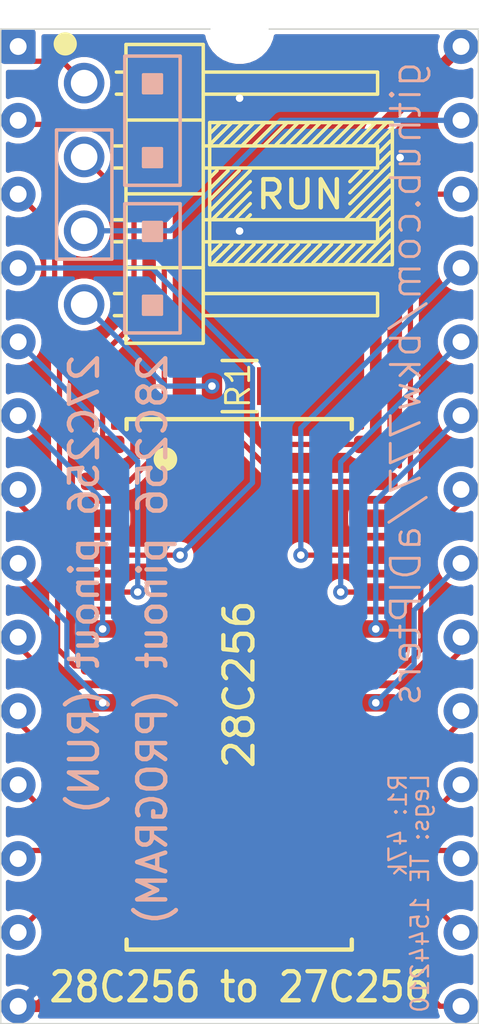
<source format=kicad_pcb>
(kicad_pcb (version 20171130) (host pcbnew 5.1.7-a382d34a8~87~ubuntu20.04.1)

  (general
    (thickness 1.6)
    (drawings 84)
    (tracks 119)
    (zones 0)
    (modules 4)
    (nets 31)
  )

  (page A4)
  (layers
    (0 F.Cu signal)
    (31 B.Cu signal)
    (32 B.Adhes user hide)
    (33 F.Adhes user hide)
    (34 B.Paste user hide)
    (35 F.Paste user hide)
    (36 B.SilkS user)
    (37 F.SilkS user)
    (38 B.Mask user hide)
    (39 F.Mask user hide)
    (40 Dwgs.User user hide)
    (41 Cmts.User user hide)
    (42 Eco1.User user hide)
    (43 Eco2.User user hide)
    (44 Edge.Cuts user)
    (45 Margin user hide)
    (46 B.CrtYd user hide)
    (47 F.CrtYd user hide)
    (48 B.Fab user hide)
    (49 F.Fab user hide)
  )

  (setup
    (last_trace_width 0.25)
    (user_trace_width 0.16)
    (user_trace_width 0.18)
    (user_trace_width 0.2)
    (user_trace_width 0.4)
    (user_trace_width 0.6)
    (user_trace_width 0.8)
    (trace_clearance 0.2)
    (zone_clearance 0.1524)
    (zone_45_only no)
    (trace_min 0.16)
    (via_size 0.8)
    (via_drill 0.4)
    (via_min_size 0.52)
    (via_min_drill 0.26)
    (user_via 0.52 0.26)
    (user_via 0.92 0.4)
    (uvia_size 0.3)
    (uvia_drill 0.1)
    (uvias_allowed no)
    (uvia_min_size 0.2)
    (uvia_min_drill 0.1)
    (edge_width 0.05)
    (segment_width 0.2)
    (pcb_text_width 0.3)
    (pcb_text_size 1.5 1.5)
    (mod_edge_width 0.12)
    (mod_text_size 1 1)
    (mod_text_width 0.15)
    (pad_size 2 2)
    (pad_drill 2)
    (pad_to_mask_clearance 0)
    (aux_axis_origin 0 0)
    (visible_elements FFFFFF7F)
    (pcbplotparams
      (layerselection 0x010fc_ffffffff)
      (usegerberextensions false)
      (usegerberattributes false)
      (usegerberadvancedattributes false)
      (creategerberjobfile false)
      (excludeedgelayer true)
      (linewidth 0.100000)
      (plotframeref false)
      (viasonmask false)
      (mode 1)
      (useauxorigin false)
      (hpglpennumber 1)
      (hpglpenspeed 20)
      (hpglpendiameter 15.000000)
      (psnegative false)
      (psa4output false)
      (plotreference true)
      (plotvalue true)
      (plotinvisibletext false)
      (padsonsilk false)
      (subtractmaskfromsilk false)
      (outputformat 1)
      (mirror false)
      (drillshape 1)
      (scaleselection 1)
      (outputdirectory ""))
  )

  (net 0 "")
  (net 1 /VCC)
  (net 2 /GND)
  (net 3 /A14)
  (net 4 /D2)
  (net 5 /A13)
  (net 6 /D1)
  (net 7 /A8)
  (net 8 /D0)
  (net 9 /A9)
  (net 10 /A0)
  (net 11 /A11)
  (net 12 /A1)
  (net 13 /~OE)
  (net 14 /A2)
  (net 15 /A10)
  (net 16 /A3)
  (net 17 /~CE)
  (net 18 /A4)
  (net 19 /D7)
  (net 20 /A5)
  (net 21 /D6)
  (net 22 /A6)
  (net 23 /D5)
  (net 24 /A7)
  (net 25 /D4)
  (net 26 /A12)
  (net 27 /D3)
  (net 28 /~WE)
  (net 29 /A14_WE)
  (net 30 /NC_A14)

  (net_class Default "This is the default net class."
    (clearance 0.2)
    (trace_width 0.25)
    (via_dia 0.8)
    (via_drill 0.4)
    (uvia_dia 0.3)
    (uvia_drill 0.1)
    (add_net /A0)
    (add_net /A1)
    (add_net /A10)
    (add_net /A11)
    (add_net /A12)
    (add_net /A13)
    (add_net /A14)
    (add_net /A14_WE)
    (add_net /A2)
    (add_net /A3)
    (add_net /A4)
    (add_net /A5)
    (add_net /A6)
    (add_net /A7)
    (add_net /A8)
    (add_net /A9)
    (add_net /D0)
    (add_net /D1)
    (add_net /D2)
    (add_net /D3)
    (add_net /D4)
    (add_net /D5)
    (add_net /D6)
    (add_net /D7)
    (add_net /GND)
    (add_net /NC_A14)
    (add_net /VCC)
    (add_net /~CE)
    (add_net /~OE)
    (add_net /~WE)
  )

  (module 000_LOCAL:Pin_Header_Angled_1x04_Pitch2.54mm (layer F.Cu) (tedit 5E5EFA6B) (tstamp 5E63481E)
    (at 144.65 84.75)
    (descr "Through hole angled pin header, 1x04, 2.54mm pitch, 6mm pin length, single row")
    (tags "Through hole angled pin header THT 1x04 2.54mm single row")
    (path /5E638C0C)
    (fp_text reference JP1 (at 4.385 -2.27) (layer F.SilkS) hide
      (effects (font (size 1 1) (thickness 0.15)))
    )
    (fp_text value Jumper_3_Bridged12 (at 4.385 9.89) (layer F.Fab)
      (effects (font (size 1 1) (thickness 0.15)))
    )
    (fp_line (start 10.55 -1.8) (end -1.8 -1.8) (layer F.CrtYd) (width 0.05))
    (fp_line (start 10.55 9.4) (end 10.55 -1.8) (layer F.CrtYd) (width 0.05))
    (fp_line (start -1.8 9.4) (end 10.55 9.4) (layer F.CrtYd) (width 0.05))
    (fp_line (start -1.8 -1.8) (end -1.8 9.4) (layer F.CrtYd) (width 0.05))
    (fp_line (start 1.042929 8) (end 1.44 8) (layer F.SilkS) (width 0.12))
    (fp_line (start 1.042929 7.24) (end 1.44 7.24) (layer F.SilkS) (width 0.12))
    (fp_line (start 10.1 8) (end 4.1 8) (layer F.SilkS) (width 0.12))
    (fp_line (start 10.1 7.24) (end 10.1 8) (layer F.SilkS) (width 0.12))
    (fp_line (start 4.1 7.24) (end 10.1 7.24) (layer F.SilkS) (width 0.12))
    (fp_line (start 1.44 6.35) (end 4.1 6.35) (layer F.SilkS) (width 0.12))
    (fp_line (start 1.042929 5.46) (end 1.44 5.46) (layer F.SilkS) (width 0.12))
    (fp_line (start 1.042929 4.7) (end 1.44 4.7) (layer F.SilkS) (width 0.12))
    (fp_line (start 10.1 5.46) (end 4.1 5.46) (layer F.SilkS) (width 0.12))
    (fp_line (start 10.1 4.7) (end 10.1 5.46) (layer F.SilkS) (width 0.12))
    (fp_line (start 4.1 4.7) (end 10.1 4.7) (layer F.SilkS) (width 0.12))
    (fp_line (start 1.44 3.81) (end 4.1 3.81) (layer F.SilkS) (width 0.12))
    (fp_line (start 1.042929 2.92) (end 1.44 2.92) (layer F.SilkS) (width 0.12))
    (fp_line (start 1.042929 2.16) (end 1.44 2.16) (layer F.SilkS) (width 0.12))
    (fp_line (start 10.1 2.92) (end 4.1 2.92) (layer F.SilkS) (width 0.12))
    (fp_line (start 10.1 2.16) (end 10.1 2.92) (layer F.SilkS) (width 0.12))
    (fp_line (start 4.1 2.16) (end 10.1 2.16) (layer F.SilkS) (width 0.12))
    (fp_line (start 1.44 1.27) (end 4.1 1.27) (layer F.SilkS) (width 0.12))
    (fp_line (start 1.11 0.38) (end 1.44 0.38) (layer F.SilkS) (width 0.12))
    (fp_line (start 1.11 -0.38) (end 1.44 -0.38) (layer F.SilkS) (width 0.12))
    (fp_line (start 10.1 0.38) (end 4.1 0.38) (layer F.SilkS) (width 0.12))
    (fp_line (start 10.1 -0.38) (end 10.1 0.38) (layer F.SilkS) (width 0.12))
    (fp_line (start 4.1 -0.38) (end 10.1 -0.38) (layer F.SilkS) (width 0.12))
    (fp_line (start 4.1 -1.33) (end 1.44 -1.33) (layer F.SilkS) (width 0.12))
    (fp_line (start 4.1 8.95) (end 4.1 -1.33) (layer F.SilkS) (width 0.12))
    (fp_line (start 1.44 8.95) (end 4.1 8.95) (layer F.SilkS) (width 0.12))
    (fp_line (start 1.44 -1.33) (end 1.44 8.95) (layer F.SilkS) (width 0.12))
    (fp_line (start 4.04 7.94) (end 10.04 7.94) (layer F.Fab) (width 0.1))
    (fp_line (start 10.04 7.3) (end 10.04 7.94) (layer F.Fab) (width 0.1))
    (fp_line (start 4.04 7.3) (end 10.04 7.3) (layer F.Fab) (width 0.1))
    (fp_line (start -0.32 7.94) (end 1.5 7.94) (layer F.Fab) (width 0.1))
    (fp_line (start -0.32 7.3) (end -0.32 7.94) (layer F.Fab) (width 0.1))
    (fp_line (start -0.32 7.3) (end 1.5 7.3) (layer F.Fab) (width 0.1))
    (fp_line (start 4.04 5.4) (end 10.04 5.4) (layer F.Fab) (width 0.1))
    (fp_line (start 10.04 4.76) (end 10.04 5.4) (layer F.Fab) (width 0.1))
    (fp_line (start 4.04 4.76) (end 10.04 4.76) (layer F.Fab) (width 0.1))
    (fp_line (start -0.32 5.4) (end 1.5 5.4) (layer F.Fab) (width 0.1))
    (fp_line (start -0.32 4.76) (end -0.32 5.4) (layer F.Fab) (width 0.1))
    (fp_line (start -0.32 4.76) (end 1.5 4.76) (layer F.Fab) (width 0.1))
    (fp_line (start 4.04 2.86) (end 10.04 2.86) (layer F.Fab) (width 0.1))
    (fp_line (start 10.04 2.22) (end 10.04 2.86) (layer F.Fab) (width 0.1))
    (fp_line (start 4.04 2.22) (end 10.04 2.22) (layer F.Fab) (width 0.1))
    (fp_line (start -0.32 2.86) (end 1.5 2.86) (layer F.Fab) (width 0.1))
    (fp_line (start -0.32 2.22) (end -0.32 2.86) (layer F.Fab) (width 0.1))
    (fp_line (start -0.32 2.22) (end 1.5 2.22) (layer F.Fab) (width 0.1))
    (fp_line (start 4.04 0.32) (end 10.04 0.32) (layer F.Fab) (width 0.1))
    (fp_line (start 10.04 -0.32) (end 10.04 0.32) (layer F.Fab) (width 0.1))
    (fp_line (start 4.04 -0.32) (end 10.04 -0.32) (layer F.Fab) (width 0.1))
    (fp_line (start -0.32 0.32) (end 1.5 0.32) (layer F.Fab) (width 0.1))
    (fp_line (start -0.32 -0.32) (end -0.32 0.32) (layer F.Fab) (width 0.1))
    (fp_line (start -0.32 -0.32) (end 1.5 -0.32) (layer F.Fab) (width 0.1))
    (fp_line (start 1.5 -0.635) (end 2.135 -1.27) (layer F.Fab) (width 0.1))
    (fp_line (start 1.5 8.89) (end 1.5 -0.635) (layer F.Fab) (width 0.1))
    (fp_line (start 4.04 8.89) (end 1.5 8.89) (layer F.Fab) (width 0.1))
    (fp_line (start 4.04 -1.27) (end 4.04 8.89) (layer F.Fab) (width 0.1))
    (fp_line (start 2.135 -1.27) (end 4.04 -1.27) (layer F.Fab) (width 0.1))
    (fp_text user %R (at 2.77 3.81 90) (layer F.Fab)
      (effects (font (size 1 1) (thickness 0.15)))
    )
    (pad 1 thru_hole circle (at 0 0) (size 1.397 1.397) (drill 0.9144) (layers *.Cu *.Mask)
      (net 30 /NC_A14))
    (pad 2 thru_hole circle (at 0 2.54) (size 1.397 1.397) (drill 0.9144) (layers *.Cu *.Mask)
      (net 3 /A14))
    (pad 3 thru_hole circle (at 0 5.08) (size 1.397 1.397) (drill 0.9144) (layers *.Cu *.Mask)
      (net 29 /A14_WE))
    (pad 4 thru_hole circle (at 0 7.62) (size 1.397 1.397) (drill 0.9144) (layers *.Cu *.Mask)
      (net 28 /~WE))
    (model ${KIPRJMOD}/000_LOCAL.pretty/packages3d/PinHeader_1x04_P2.54mm_Horizontal.step
      (at (xyz 0 0 0))
      (scale (xyz 1 1 1))
      (rotate (xyz 0 0 0))
    )
  )

  (module 000_LOCAL:SOIC28W (layer F.Cu) (tedit 5E621887) (tstamp 5E5B124C)
    (at 149.987 105.4354)
    (descr "28-Lead Plastic Small Outline (SO) - Wide, 7.50 mm Body [SOIC] (see Microchip Packaging Specification 00000049BS.pdf)")
    (tags "SOIC 1.27")
    (path /5E5B130A)
    (attr smd)
    (fp_text reference U1 (at 0 -10.05) (layer F.SilkS) hide
      (effects (font (size 1 1) (thickness 0.15)))
    )
    (fp_text value 28C256 (at 0 0 -90) (layer F.SilkS)
      (effects (font (size 1 1) (thickness 0.15)))
    )
    (fp_circle (center -2.54 -7.747) (end -2.3368 -7.747) (layer F.SilkS) (width 0.4064))
    (fp_line (start -2.75 -8.95) (end 3.75 -8.95) (layer F.Fab) (width 0.15))
    (fp_line (start 3.75 -8.95) (end 3.75 8.95) (layer F.Fab) (width 0.15))
    (fp_line (start 3.75 8.95) (end -3.75 8.95) (layer F.Fab) (width 0.15))
    (fp_line (start -3.75 8.95) (end -3.75 -7.95) (layer F.Fab) (width 0.15))
    (fp_line (start -3.75 -7.95) (end -2.75 -8.95) (layer F.Fab) (width 0.15))
    (fp_line (start -5.95 -9.3) (end -5.95 9.3) (layer F.CrtYd) (width 0.05))
    (fp_line (start 5.95 -9.3) (end 5.95 9.3) (layer F.CrtYd) (width 0.05))
    (fp_line (start -5.95 -9.3) (end 5.95 -9.3) (layer F.CrtYd) (width 0.05))
    (fp_line (start -5.95 9.3) (end 5.95 9.3) (layer F.CrtYd) (width 0.05))
    (fp_line (start -3.875 -9.125) (end -3.875 -8.78) (layer F.SilkS) (width 0.15))
    (fp_line (start 3.875 -9.125) (end 3.875 -8.78) (layer F.SilkS) (width 0.15))
    (fp_line (start 3.875 9.125) (end 3.875 8.78) (layer F.SilkS) (width 0.15))
    (fp_line (start -3.875 9.125) (end -3.875 8.78) (layer F.SilkS) (width 0.15))
    (fp_line (start -3.875 -9.125) (end 3.875 -9.125) (layer F.SilkS) (width 0.15))
    (fp_line (start -3.875 9.125) (end 3.875 9.125) (layer F.SilkS) (width 0.15))
    (fp_text user %R (at -0.01 1.61) (layer F.Fab)
      (effects (font (size 1 1) (thickness 0.15)))
    )
    (pad 28 smd roundrect (at 4.7 -8.255) (size 1.5 0.6) (layers F.Cu F.Paste F.Mask) (roundrect_rratio 0.25)
      (net 1 /VCC))
    (pad 27 smd roundrect (at 4.7 -6.985) (size 1.5 0.6) (layers F.Cu F.Paste F.Mask) (roundrect_rratio 0.25)
      (net 28 /~WE))
    (pad 26 smd roundrect (at 4.7 -5.715) (size 1.5 0.6) (layers F.Cu F.Paste F.Mask) (roundrect_rratio 0.25)
      (net 5 /A13))
    (pad 25 smd roundrect (at 4.7 -4.445) (size 1.5 0.6) (layers F.Cu F.Paste F.Mask) (roundrect_rratio 0.25)
      (net 7 /A8))
    (pad 24 smd roundrect (at 4.7 -3.175) (size 1.5 0.6) (layers F.Cu F.Paste F.Mask) (roundrect_rratio 0.25)
      (net 9 /A9))
    (pad 23 smd roundrect (at 4.7 -1.905) (size 1.5 0.6) (layers F.Cu F.Paste F.Mask) (roundrect_rratio 0.25)
      (net 11 /A11))
    (pad 22 smd roundrect (at 4.7 -0.635) (size 1.5 0.6) (layers F.Cu F.Paste F.Mask) (roundrect_rratio 0.25)
      (net 13 /~OE))
    (pad 21 smd roundrect (at 4.7 0.635) (size 1.5 0.6) (layers F.Cu F.Paste F.Mask) (roundrect_rratio 0.25)
      (net 15 /A10))
    (pad 20 smd roundrect (at 4.7 1.905) (size 1.5 0.6) (layers F.Cu F.Paste F.Mask) (roundrect_rratio 0.25)
      (net 17 /~CE))
    (pad 19 smd roundrect (at 4.7 3.175) (size 1.5 0.6) (layers F.Cu F.Paste F.Mask) (roundrect_rratio 0.25)
      (net 19 /D7))
    (pad 18 smd roundrect (at 4.7 4.445) (size 1.5 0.6) (layers F.Cu F.Paste F.Mask) (roundrect_rratio 0.25)
      (net 21 /D6))
    (pad 17 smd roundrect (at 4.7 5.715) (size 1.5 0.6) (layers F.Cu F.Paste F.Mask) (roundrect_rratio 0.25)
      (net 23 /D5))
    (pad 16 smd roundrect (at 4.7 6.985) (size 1.5 0.6) (layers F.Cu F.Paste F.Mask) (roundrect_rratio 0.25)
      (net 25 /D4))
    (pad 15 smd roundrect (at 4.7 8.255) (size 1.5 0.6) (layers F.Cu F.Paste F.Mask) (roundrect_rratio 0.25)
      (net 27 /D3))
    (pad 14 smd roundrect (at -4.7 8.255) (size 1.5 0.6) (layers F.Cu F.Paste F.Mask) (roundrect_rratio 0.25)
      (net 2 /GND))
    (pad 13 smd roundrect (at -4.7 6.985) (size 1.5 0.6) (layers F.Cu F.Paste F.Mask) (roundrect_rratio 0.25)
      (net 4 /D2))
    (pad 12 smd roundrect (at -4.7 5.715) (size 1.5 0.6) (layers F.Cu F.Paste F.Mask) (roundrect_rratio 0.25)
      (net 6 /D1))
    (pad 11 smd roundrect (at -4.7 4.445) (size 1.5 0.6) (layers F.Cu F.Paste F.Mask) (roundrect_rratio 0.25)
      (net 8 /D0))
    (pad 10 smd roundrect (at -4.7 3.175) (size 1.5 0.6) (layers F.Cu F.Paste F.Mask) (roundrect_rratio 0.25)
      (net 10 /A0))
    (pad 9 smd roundrect (at -4.7 1.905) (size 1.5 0.6) (layers F.Cu F.Paste F.Mask) (roundrect_rratio 0.25)
      (net 12 /A1))
    (pad 8 smd roundrect (at -4.7 0.635) (size 1.5 0.6) (layers F.Cu F.Paste F.Mask) (roundrect_rratio 0.25)
      (net 14 /A2))
    (pad 7 smd roundrect (at -4.7 -0.635) (size 1.5 0.6) (layers F.Cu F.Paste F.Mask) (roundrect_rratio 0.25)
      (net 16 /A3))
    (pad 6 smd roundrect (at -4.7 -1.905) (size 1.5 0.6) (layers F.Cu F.Paste F.Mask) (roundrect_rratio 0.25)
      (net 18 /A4))
    (pad 5 smd roundrect (at -4.7 -3.175) (size 1.5 0.6) (layers F.Cu F.Paste F.Mask) (roundrect_rratio 0.25)
      (net 20 /A5))
    (pad 4 smd roundrect (at -4.7 -4.445) (size 1.5 0.6) (layers F.Cu F.Paste F.Mask) (roundrect_rratio 0.25)
      (net 22 /A6))
    (pad 3 smd roundrect (at -4.7 -5.715) (size 1.5 0.6) (layers F.Cu F.Paste F.Mask) (roundrect_rratio 0.25)
      (net 24 /A7))
    (pad 2 smd roundrect (at -4.7 -6.985) (size 1.5 0.6) (layers F.Cu F.Paste F.Mask) (roundrect_rratio 0.25)
      (net 26 /A12))
    (pad 1 smd roundrect (at -4.7 -8.255) (size 1.5 0.6) (layers F.Cu F.Paste F.Mask) (roundrect_rratio 0.25)
      (net 3 /A14))
    (model ${KIPRJMOD}/000_LOCAL.pretty/packages3d/SOIC28W.step
      (at (xyz 0 0 0))
      (scale (xyz 1 1 1))
      (rotate (xyz 0 0 0))
    )
  )

  (module 000_LOCAL:DIP-28_W15.24mm_pcb_sil_pins (layer F.Cu) (tedit 5E4383E0) (tstamp 5E63CDBB)
    (at 150 100)
    (descr "28-lead though-hole mounted DIP package, row spacing 15.24 mm (600 mils)")
    (tags "THT DIP DIL PDIP 2.54mm 15.24mm 600mil")
    (path /5E5C209E)
    (fp_text reference J1 (at 0 -18.84) (layer F.SilkS) hide
      (effects (font (size 1 1) (thickness 0.15)))
    )
    (fp_text value "27C256 DIP LEGS" (at 0 18.84) (layer F.Fab)
      (effects (font (size 1 1) (thickness 0.15)))
    )
    (fp_line (start 8.22 -17.11) (end -8.22 -17.11) (layer F.CrtYd) (width 0.01))
    (fp_line (start 8.22 17.11) (end 8.22 -17.11) (layer F.CrtYd) (width 0.01))
    (fp_line (start -8.22 17.11) (end 8.22 17.11) (layer F.CrtYd) (width 0.01))
    (fp_line (start -8.22 -17.11) (end -8.22 17.11) (layer F.CrtYd) (width 0.01))
    (fp_text user %R (at 0.27 3.12) (layer F.Fab)
      (effects (font (size 1 1) (thickness 0.15)))
    )
    (pad 28 thru_hole circle (at 7.62 -16.51) (size 1.2 1.2) (drill 0.58) (layers *.Cu *.Mask)
      (net 1 /VCC))
    (pad 14 thru_hole circle (at -7.62 16.51) (size 1.2 1.2) (drill 0.58) (layers *.Cu *.Mask)
      (net 2 /GND))
    (pad 27 thru_hole circle (at 7.62 -13.97) (size 1.2 1.2) (drill 0.58) (layers *.Cu *.Mask)
      (net 29 /A14_WE))
    (pad 13 thru_hole circle (at -7.62 13.97) (size 1.2 1.2) (drill 0.58) (layers *.Cu *.Mask)
      (net 4 /D2))
    (pad 26 thru_hole circle (at 7.62 -11.43) (size 1.2 1.2) (drill 0.58) (layers *.Cu *.Mask)
      (net 5 /A13))
    (pad 12 thru_hole circle (at -7.62 11.43) (size 1.2 1.2) (drill 0.58) (layers *.Cu *.Mask)
      (net 6 /D1))
    (pad 25 thru_hole circle (at 7.62 -8.89) (size 1.2 1.2) (drill 0.58) (layers *.Cu *.Mask)
      (net 7 /A8))
    (pad 11 thru_hole circle (at -7.62 8.89) (size 1.2 1.2) (drill 0.58) (layers *.Cu *.Mask)
      (net 8 /D0))
    (pad 24 thru_hole circle (at 7.62 -6.35) (size 1.2 1.2) (drill 0.58) (layers *.Cu *.Mask)
      (net 9 /A9))
    (pad 10 thru_hole circle (at -7.62 6.35) (size 1.2 1.2) (drill 0.58) (layers *.Cu *.Mask)
      (net 10 /A0))
    (pad 23 thru_hole circle (at 7.62 -3.81) (size 1.2 1.2) (drill 0.58) (layers *.Cu *.Mask)
      (net 11 /A11))
    (pad 9 thru_hole circle (at -7.62 3.81) (size 1.2 1.2) (drill 0.58) (layers *.Cu *.Mask)
      (net 12 /A1))
    (pad 22 thru_hole circle (at 7.62 -1.27) (size 1.2 1.2) (drill 0.58) (layers *.Cu *.Mask)
      (net 13 /~OE))
    (pad 8 thru_hole circle (at -7.62 1.27) (size 1.2 1.2) (drill 0.58) (layers *.Cu *.Mask)
      (net 14 /A2))
    (pad 21 thru_hole circle (at 7.62 1.27) (size 1.2 1.2) (drill 0.58) (layers *.Cu *.Mask)
      (net 15 /A10))
    (pad 7 thru_hole circle (at -7.62 -1.27) (size 1.2 1.2) (drill 0.58) (layers *.Cu *.Mask)
      (net 16 /A3))
    (pad 20 thru_hole circle (at 7.62 3.81) (size 1.2 1.2) (drill 0.58) (layers *.Cu *.Mask)
      (net 17 /~CE))
    (pad 6 thru_hole circle (at -7.62 -3.81) (size 1.2 1.2) (drill 0.58) (layers *.Cu *.Mask)
      (net 18 /A4))
    (pad 19 thru_hole circle (at 7.62 6.35) (size 1.2 1.2) (drill 0.58) (layers *.Cu *.Mask)
      (net 19 /D7))
    (pad 5 thru_hole circle (at -7.62 -6.35) (size 1.2 1.2) (drill 0.58) (layers *.Cu *.Mask)
      (net 20 /A5))
    (pad 18 thru_hole circle (at 7.62 8.89) (size 1.2 1.2) (drill 0.58) (layers *.Cu *.Mask)
      (net 21 /D6))
    (pad 4 thru_hole circle (at -7.62 -8.89) (size 1.2 1.2) (drill 0.58) (layers *.Cu *.Mask)
      (net 22 /A6))
    (pad 17 thru_hole circle (at 7.62 11.43) (size 1.2 1.2) (drill 0.58) (layers *.Cu *.Mask)
      (net 23 /D5))
    (pad 3 thru_hole circle (at -7.62 -11.43) (size 1.2 1.2) (drill 0.58) (layers *.Cu *.Mask)
      (net 24 /A7))
    (pad 16 thru_hole circle (at 7.62 13.97) (size 1.2 1.2) (drill 0.58) (layers *.Cu *.Mask)
      (net 25 /D4))
    (pad 2 thru_hole circle (at -7.62 -13.97) (size 1.2 1.2) (drill 0.58) (layers *.Cu *.Mask)
      (net 26 /A12))
    (pad 15 thru_hole circle (at 7.62 16.51) (size 1.2 1.2) (drill 0.58) (layers *.Cu *.Mask)
      (net 27 /D3))
    (pad 1 thru_hole roundrect (at -7.62 -16.51) (size 1.2 1.2) (drill 0.58) (layers *.Cu *.Mask) (roundrect_rratio 0.1)
      (net 30 /NC_A14))
    (pad "" np_thru_hole circle (at 0 -17.11) (size 2 2) (drill 2) (layers *.Cu *.Mask))
    (model ${KIPRJMOD}/000_LOCAL.pretty/packages3d/DIL_LEG.step
      (offset (xyz -7.62 16.51 0.18))
      (scale (xyz 1 1 1))
      (rotate (xyz 0 0 0))
    )
    (model ${KIPRJMOD}/000_LOCAL.pretty/packages3d/DIL_LEG.step
      (offset (xyz -7.62 13.97 0.18))
      (scale (xyz 1 1 1))
      (rotate (xyz 0 0 0))
    )
    (model ${KIPRJMOD}/000_LOCAL.pretty/packages3d/DIL_LEG.step
      (offset (xyz -7.62 11.43 0.18))
      (scale (xyz 1 1 1))
      (rotate (xyz 0 0 0))
    )
    (model ${KIPRJMOD}/000_LOCAL.pretty/packages3d/DIL_LEG.step
      (offset (xyz -7.62 8.890000000000001 0.18))
      (scale (xyz 1 1 1))
      (rotate (xyz 0 0 0))
    )
    (model ${KIPRJMOD}/000_LOCAL.pretty/packages3d/DIL_LEG.step
      (offset (xyz -7.62 6.35 0.18))
      (scale (xyz 1 1 1))
      (rotate (xyz 0 0 0))
    )
    (model ${KIPRJMOD}/000_LOCAL.pretty/packages3d/DIL_LEG.step
      (offset (xyz -7.62 3.81 0.18))
      (scale (xyz 1 1 1))
      (rotate (xyz 0 0 0))
    )
    (model ${KIPRJMOD}/000_LOCAL.pretty/packages3d/DIL_LEG.step
      (offset (xyz -7.62 1.27 0.18))
      (scale (xyz 1 1 1))
      (rotate (xyz 0 0 0))
    )
    (model ${KIPRJMOD}/000_LOCAL.pretty/packages3d/DIL_LEG.step
      (offset (xyz -7.62 -1.27 0.18))
      (scale (xyz 1 1 1))
      (rotate (xyz 0 0 0))
    )
    (model ${KIPRJMOD}/000_LOCAL.pretty/packages3d/DIL_LEG.step
      (offset (xyz -7.62 -3.81 0.18))
      (scale (xyz 1 1 1))
      (rotate (xyz 0 0 0))
    )
    (model ${KIPRJMOD}/000_LOCAL.pretty/packages3d/DIL_LEG.step
      (offset (xyz -7.62 -6.35 0.18))
      (scale (xyz 1 1 1))
      (rotate (xyz 0 0 0))
    )
    (model ${KIPRJMOD}/000_LOCAL.pretty/packages3d/DIL_LEG.step
      (offset (xyz -7.62 -8.890000000000001 0.18))
      (scale (xyz 1 1 1))
      (rotate (xyz 0 0 0))
    )
    (model ${KIPRJMOD}/000_LOCAL.pretty/packages3d/DIL_LEG.step
      (offset (xyz -7.62 -11.43 0.18))
      (scale (xyz 1 1 1))
      (rotate (xyz 0 0 0))
    )
    (model ${KIPRJMOD}/000_LOCAL.pretty/packages3d/DIL_LEG.step
      (offset (xyz -7.62 -13.97 0.18))
      (scale (xyz 1 1 1))
      (rotate (xyz 0 0 0))
    )
    (model ${KIPRJMOD}/000_LOCAL.pretty/packages3d/DIL_LEG.step
      (offset (xyz -7.62 -16.51 0.18))
      (scale (xyz 1 1 1))
      (rotate (xyz 0 0 0))
    )
    (model ${KIPRJMOD}/000_LOCAL.pretty/packages3d/DIL_LEG.step
      (offset (xyz 7.62 -16.51 0.18))
      (scale (xyz 1 1 1))
      (rotate (xyz 0 0 0))
    )
    (model ${KIPRJMOD}/000_LOCAL.pretty/packages3d/DIL_LEG.step
      (offset (xyz 7.62 -13.97 0.18))
      (scale (xyz 1 1 1))
      (rotate (xyz 0 0 0))
    )
    (model ${KIPRJMOD}/000_LOCAL.pretty/packages3d/DIL_LEG.step
      (offset (xyz 7.62 -11.43 0.18))
      (scale (xyz 1 1 1))
      (rotate (xyz 0 0 0))
    )
    (model ${KIPRJMOD}/000_LOCAL.pretty/packages3d/DIL_LEG.step
      (offset (xyz 7.62 -8.890000000000001 0.18))
      (scale (xyz 1 1 1))
      (rotate (xyz 0 0 0))
    )
    (model ${KIPRJMOD}/000_LOCAL.pretty/packages3d/DIL_LEG.step
      (offset (xyz 7.62 -6.35 0.18))
      (scale (xyz 1 1 1))
      (rotate (xyz 0 0 0))
    )
    (model ${KIPRJMOD}/000_LOCAL.pretty/packages3d/DIL_LEG.step
      (offset (xyz 7.62 -3.81 0.18))
      (scale (xyz 1 1 1))
      (rotate (xyz 0 0 0))
    )
    (model ${KIPRJMOD}/000_LOCAL.pretty/packages3d/DIL_LEG.step
      (offset (xyz 7.62 -1.27 0.18))
      (scale (xyz 1 1 1))
      (rotate (xyz 0 0 0))
    )
    (model ${KIPRJMOD}/000_LOCAL.pretty/packages3d/DIL_LEG.step
      (offset (xyz 7.62 1.27 0.18))
      (scale (xyz 1 1 1))
      (rotate (xyz 0 0 0))
    )
    (model ${KIPRJMOD}/000_LOCAL.pretty/packages3d/DIL_LEG.step
      (offset (xyz 7.62 3.81 0.18))
      (scale (xyz 1 1 1))
      (rotate (xyz 0 0 0))
    )
    (model ${KIPRJMOD}/000_LOCAL.pretty/packages3d/DIL_LEG.step
      (offset (xyz 7.62 6.35 0.18))
      (scale (xyz 1 1 1))
      (rotate (xyz 0 0 0))
    )
    (model ${KIPRJMOD}/000_LOCAL.pretty/packages3d/DIL_LEG.step
      (offset (xyz 7.62 8.890000000000001 0.18))
      (scale (xyz 1 1 1))
      (rotate (xyz 0 0 0))
    )
    (model ${KIPRJMOD}/000_LOCAL.pretty/packages3d/DIL_LEG.step
      (offset (xyz 7.62 11.43 0.18))
      (scale (xyz 1 1 1))
      (rotate (xyz 0 0 0))
    )
    (model ${KIPRJMOD}/000_LOCAL.pretty/packages3d/DIL_LEG.step
      (offset (xyz 7.62 13.97 0.18))
      (scale (xyz 1 1 1))
      (rotate (xyz 0 0 0))
    )
    (model ${KIPRJMOD}/000_LOCAL.pretty/packages3d/DIL_LEG.step
      (offset (xyz 7.62 16.51 0.18))
      (scale (xyz 1 1 1))
      (rotate (xyz 0 0 0))
    )
  )

  (module 000_LOCAL:R_0805 (layer F.Cu) (tedit 5E24F165) (tstamp 5E5B0C38)
    (at 150 95.174)
    (descr "Resistor SMD 0805, reflow soldering, Vishay (see dcrcw.pdf)")
    (tags "resistor 0805")
    (path /5E5D421C)
    (attr smd)
    (fp_text reference R1 (at -0.05 -0.02 -90) (layer F.SilkS)
      (effects (font (size 0.8 0.8) (thickness 0.1)))
    )
    (fp_text value 47k (at 0 1.75) (layer F.Fab)
      (effects (font (size 1 1) (thickness 0.15)))
    )
    (fp_line (start -1 0.62) (end -1 -0.62) (layer F.Fab) (width 0.1))
    (fp_line (start 1 0.62) (end -1 0.62) (layer F.Fab) (width 0.1))
    (fp_line (start 1 -0.62) (end 1 0.62) (layer F.Fab) (width 0.1))
    (fp_line (start -1 -0.62) (end 1 -0.62) (layer F.Fab) (width 0.1))
    (fp_line (start 0.6 0.88) (end -0.6 0.88) (layer F.SilkS) (width 0.12))
    (fp_line (start -0.6 -0.88) (end 0.6 -0.88) (layer F.SilkS) (width 0.12))
    (fp_line (start -1.55 -0.9) (end 1.55 -0.9) (layer F.CrtYd) (width 0.05))
    (fp_line (start -1.55 -0.9) (end -1.55 0.9) (layer F.CrtYd) (width 0.05))
    (fp_line (start 1.55 0.9) (end 1.55 -0.9) (layer F.CrtYd) (width 0.05))
    (fp_line (start 1.55 0.9) (end -1.55 0.9) (layer F.CrtYd) (width 0.05))
    (fp_text user %R (at 0 0) (layer F.Fab)
      (effects (font (size 0.5 0.5) (thickness 0.075)))
    )
    (pad 2 smd rect (at 0.95 0) (size 0.7 1.3) (layers F.Cu F.Paste F.Mask)
      (net 1 /VCC))
    (pad 1 smd rect (at -0.95 0) (size 0.7 1.3) (layers F.Cu F.Paste F.Mask)
      (net 28 /~WE))
    (model ${KIPRJMOD}/000_LOCAL.pretty/packages3d/R_0805_2012Metric.step
      (at (xyz 0 0 0))
      (scale (xyz 1 1 1))
      (rotate (xyz 0 0 0))
    )
  )

  (gr_text github.com/bkw777/aDIPters (at 155.7274 95.0976 -270) (layer B.SilkS)
    (effects (font (size 1 1) (thickness 0.1)) (justify mirror))
  )
  (gr_line (start 148.971 88.011) (end 149.225 87.757) (layer F.SilkS) (width 0.12))
  (gr_line (start 148.971 88.392) (end 149.606 87.757) (layer F.SilkS) (width 0.12))
  (gr_line (start 148.971 88.773) (end 149.987 87.757) (layer F.SilkS) (width 0.12))
  (gr_line (start 148.971 89.154) (end 150.368 87.757) (layer F.SilkS) (width 0.12))
  (gr_line (start 149.098 89.408) (end 150.368 88.138) (layer F.SilkS) (width 0.12))
  (gr_line (start 149.479 89.408) (end 150.368 88.519) (layer F.SilkS) (width 0.12))
  (gr_line (start 149.86 89.408) (end 150.368 88.9) (layer F.SilkS) (width 0.12))
  (gr_line (start 150.241 89.408) (end 150.368 89.281) (layer F.SilkS) (width 0.12))
  (gr_line (start 148.971 90.678) (end 149.352 90.297) (layer F.SilkS) (width 0.12))
  (gr_line (start 149.098 90.932) (end 149.733 90.297) (layer F.SilkS) (width 0.12))
  (gr_line (start 149.479 90.932) (end 150.114 90.297) (layer F.SilkS) (width 0.12))
  (gr_line (start 149.86 90.932) (end 150.495 90.297) (layer F.SilkS) (width 0.12))
  (gr_line (start 150.241 90.932) (end 150.876 90.297) (layer F.SilkS) (width 0.12))
  (gr_line (start 150.622 90.932) (end 151.257 90.297) (layer F.SilkS) (width 0.12))
  (gr_line (start 151.003 90.932) (end 151.638 90.297) (layer F.SilkS) (width 0.12))
  (gr_line (start 151.384 90.932) (end 152.019 90.297) (layer F.SilkS) (width 0.12))
  (gr_line (start 151.765 90.932) (end 152.4 90.297) (layer F.SilkS) (width 0.12))
  (gr_line (start 152.146 90.932) (end 152.781 90.297) (layer F.SilkS) (width 0.12))
  (gr_line (start 152.527 90.932) (end 153.162 90.297) (layer F.SilkS) (width 0.12))
  (gr_line (start 152.908 90.932) (end 153.543 90.297) (layer F.SilkS) (width 0.12))
  (gr_line (start 153.289 90.932) (end 153.924 90.297) (layer F.SilkS) (width 0.12))
  (gr_line (start 153.67 90.932) (end 154.305 90.297) (layer F.SilkS) (width 0.12))
  (gr_line (start 155.194 90.551) (end 154.813 90.932) (layer F.SilkS) (width 0.12))
  (gr_line (start 155.194 90.17) (end 154.432 90.932) (layer F.SilkS) (width 0.12))
  (gr_line (start 155.194 89.789) (end 154.051 90.932) (layer F.SilkS) (width 0.12))
  (gr_line (start 155.194 89.408) (end 154.813 89.789) (layer F.SilkS) (width 0.12))
  (gr_line (start 155.194 89.027) (end 154.813 89.408) (layer F.SilkS) (width 0.12))
  (gr_line (start 155.194 88.646) (end 154.432 89.408) (layer F.SilkS) (width 0.12))
  (gr_line (start 155.194 87.884) (end 153.67 89.408) (layer F.SilkS) (width 0.12))
  (gr_line (start 154.051 89.408) (end 155.194 88.265) (layer F.SilkS) (width 0.12))
  (gr_line (start 153.797 88.138) (end 154.178 87.757) (layer F.SilkS) (width 0.12))
  (gr_line (start 153.797 88.519) (end 154.559 87.757) (layer F.SilkS) (width 0.12))
  (gr_line (start 155.194 87.503) (end 153.797 88.9) (layer F.SilkS) (width 0.12))
  (gr_line (start 155.194 87.122) (end 154.813 87.503) (layer F.SilkS) (width 0.12))
  (gr_line (start 155.194 86.741) (end 154.813 87.122) (layer F.SilkS) (width 0.12))
  (gr_line (start 155.194 86.36) (end 154.686 86.868) (layer F.SilkS) (width 0.12))
  (gr_line (start 155.067 86.106) (end 154.305 86.868) (layer F.SilkS) (width 0.12))
  (gr_line (start 154.686 86.106) (end 153.924 86.868) (layer F.SilkS) (width 0.12))
  (gr_line (start 154.305 86.106) (end 153.543 86.868) (layer F.SilkS) (width 0.12))
  (gr_line (start 153.924 86.106) (end 153.162 86.868) (layer F.SilkS) (width 0.12))
  (gr_line (start 153.543 86.106) (end 152.781 86.868) (layer F.SilkS) (width 0.12))
  (gr_line (start 153.162 86.106) (end 152.4 86.868) (layer F.SilkS) (width 0.12))
  (gr_line (start 152.781 86.106) (end 152.019 86.868) (layer F.SilkS) (width 0.12))
  (gr_line (start 152.4 86.106) (end 151.638 86.868) (layer F.SilkS) (width 0.12))
  (gr_line (start 152.019 86.106) (end 151.257 86.868) (layer F.SilkS) (width 0.12))
  (gr_line (start 151.638 86.106) (end 150.876 86.868) (layer F.SilkS) (width 0.12))
  (gr_line (start 151.257 86.106) (end 150.495 86.868) (layer F.SilkS) (width 0.12))
  (gr_line (start 150.876 86.106) (end 150.114 86.868) (layer F.SilkS) (width 0.12))
  (gr_line (start 150.495 86.106) (end 149.733 86.868) (layer F.SilkS) (width 0.12))
  (gr_line (start 150.114 86.106) (end 149.352 86.868) (layer F.SilkS) (width 0.12))
  (gr_line (start 148.971 86.868) (end 149.733 86.106) (layer F.SilkS) (width 0.12))
  (gr_line (start 148.971 86.487) (end 149.352 86.106) (layer F.SilkS) (width 0.12))
  (gr_line (start 155.2575 86.106) (end 148.971 86.106) (layer F.SilkS) (width 0.12) (tstamp 5E63D031))
  (gr_line (start 155.2575 90.9955) (end 155.2575 86.106) (layer F.SilkS) (width 0.12))
  (gr_line (start 148.971 90.9955) (end 155.2575 90.9955) (layer F.SilkS) (width 0.12))
  (gr_line (start 148.971 86.106) (end 148.971 90.9955) (layer F.SilkS) (width 0.12))
  (gr_text "28C256 pinout (PROGRAM)" (at 147.0025 93.98 -270) (layer B.SilkS) (tstamp 5E63CE1A)
    (effects (font (size 0.9652 0.9652) (thickness 0.1524)) (justify left mirror))
  )
  (gr_text "27C256 pinout (RUN)" (at 144.653 93.98 -270) (layer B.SilkS)
    (effects (font (size 0.9652 0.9652) (thickness 0.1524)) (justify left mirror))
  )
  (gr_line (start 146.05 83.82) (end 147.955 83.82) (layer B.SilkS) (width 0.12) (tstamp 5E63CE0E))
  (gr_line (start 146.05 88.265) (end 146.05 83.82) (layer B.SilkS) (width 0.12))
  (gr_line (start 147.955 88.265) (end 146.05 88.265) (layer B.SilkS) (width 0.12))
  (gr_line (start 147.955 83.82) (end 147.955 88.265) (layer B.SilkS) (width 0.12))
  (gr_line (start 146.05 88.9) (end 147.955 88.9) (layer B.SilkS) (width 0.12) (tstamp 5E63CE0D))
  (gr_line (start 146.05 93.345) (end 146.05 88.9) (layer B.SilkS) (width 0.12))
  (gr_line (start 147.955 93.345) (end 146.05 93.345) (layer B.SilkS) (width 0.12))
  (gr_line (start 147.955 88.9) (end 147.955 93.345) (layer B.SilkS) (width 0.12))
  (gr_line (start 145.6055 90.805) (end 145.6055 86.36) (layer B.SilkS) (width 0.12) (tstamp 5E63CE0C))
  (gr_line (start 143.7005 90.805) (end 145.6055 90.805) (layer B.SilkS) (width 0.12))
  (gr_line (start 143.7005 86.36) (end 143.7005 90.805) (layer B.SilkS) (width 0.12))
  (gr_line (start 145.6055 86.36) (end 143.7005 86.36) (layer B.SilkS) (width 0.12))
  (gr_poly (pts (xy 147.32 92.71) (xy 146.685 92.71) (xy 146.685 92.075) (xy 147.32 92.075)) (layer B.SilkS) (width 0.1))
  (gr_poly (pts (xy 147.32 90.17) (xy 146.685 90.17) (xy 146.685 89.535) (xy 147.32 89.535)) (layer B.SilkS) (width 0.1))
  (gr_poly (pts (xy 147.32 87.63) (xy 146.685 87.63) (xy 146.685 86.995) (xy 147.32 86.995)) (layer B.SilkS) (width 0.1))
  (gr_poly (pts (xy 147.32 85.09) (xy 146.685 85.09) (xy 146.685 84.455) (xy 147.32 84.455)) (layer B.SilkS) (width 0.1))
  (gr_text RUN (at 152.0825 88.5825) (layer F.SilkS)
    (effects (font (size 0.9652 0.9652) (thickness 0.1524)))
  )
  (gr_text "28C256 to 27C256" (at 149.9997 115.8494) (layer F.SilkS) (tstamp 5E438E65)
    (effects (font (size 1 0.9) (thickness 0.15)))
  )
  (gr_line (start 141.78 117.11) (end 141.78 82.89) (layer Edge.Cuts) (width 0.05) (tstamp 5E36F1C6))
  (gr_line (start 158.22 82.89) (end 158.22 117.11) (layer Edge.Cuts) (width 0.05) (tstamp 5E36F1C5))
  (gr_line (start 141.78 82.89) (end 158.22 82.89) (layer Edge.Cuts) (width 0.05))
  (gr_line (start 141.78 117.11) (end 158.22 117.11) (layer Edge.Cuts) (width 0.05))
  (gr_text "R1: 47k" (at 155.448 108.458 90) (layer B.SilkS) (tstamp 5E369BB7)
    (effects (font (size 0.6 0.6) (thickness 0.08)) (justify left mirror))
  )
  (gr_circle (center 144 83.4) (end 144.2 83.4) (layer F.SilkS) (width 0.4))
  (gr_text "Legs: TE 1544210" (at 156.21 108.458 90) (layer B.SilkS) (tstamp 5E253AF7)
    (effects (font (size 0.6 0.6) (thickness 0.08)) (justify left mirror))
  )

  (segment (start 154.687 86.423) (end 157.62 83.49) (width 0.4) (layer F.Cu) (net 1))
  (segment (start 154.687 97.1804) (end 154.687 86.423) (width 0.4) (layer F.Cu) (net 1))
  (segment (start 154.687 97.1804) (end 151.7142 97.1804) (width 0.18) (layer F.Cu) (net 1))
  (segment (start 150.95 96.4162) (end 150.95 95.174) (width 0.18) (layer F.Cu) (net 1))
  (segment (start 151.7142 97.1804) (end 150.95 96.4162) (width 0.18) (layer F.Cu) (net 1))
  (segment (start 145.287 114.3264) (end 145.287 113.6904) (width 0.4) (layer F.Cu) (net 2))
  (segment (start 142.38 116.51) (end 143.1034 116.51) (width 0.4) (layer F.Cu) (net 2))
  (segment (start 143.1034 116.51) (end 145.287 114.3264) (width 0.4) (layer F.Cu) (net 2))
  (via (at 150 89.84) (size 0.52) (drill 0.26) (layers F.Cu B.Cu) (net 2))
  (via (at 150 85.268) (size 0.52) (drill 0.26) (layers F.Cu B.Cu) (net 2))
  (via (at 155.5242 87.3125) (size 0.52) (drill 0.26) (layers F.Cu B.Cu) (net 2))
  (segment (start 146.3675 89.0075) (end 144.65 87.29) (width 0.18) (layer F.Cu) (net 3))
  (segment (start 145.287 97.1804) (end 145.287 94.0826) (width 0.18) (layer F.Cu) (net 3))
  (segment (start 146.3675 93.0021) (end 146.3675 89.0075) (width 0.18) (layer F.Cu) (net 3))
  (segment (start 145.287 94.0826) (end 146.3675 93.0021) (width 0.18) (layer F.Cu) (net 3))
  (segment (start 143.8 112.55) (end 142.38 113.97) (width 0.18) (layer F.Cu) (net 4))
  (segment (start 145.287 112.4204) (end 145.1574 112.55) (width 0.18) (layer F.Cu) (net 4))
  (segment (start 145.1574 112.55) (end 143.8 112.55) (width 0.18) (layer F.Cu) (net 4))
  (segment (start 155.8798 89.3191) (end 156.6289 88.57) (width 0.18) (layer F.Cu) (net 5))
  (segment (start 154.687 99.7204) (end 155.6385 99.7204) (width 0.18) (layer F.Cu) (net 5))
  (segment (start 156.6289 88.57) (end 157.62 88.57) (width 0.18) (layer F.Cu) (net 5))
  (segment (start 155.8798 99.4791) (end 155.8798 89.3191) (width 0.18) (layer F.Cu) (net 5))
  (segment (start 155.6385 99.7204) (end 155.8798 99.4791) (width 0.18) (layer F.Cu) (net 5))
  (segment (start 142.6596 111.1504) (end 142.38 111.43) (width 0.18) (layer F.Cu) (net 6))
  (segment (start 145.287 111.1504) (end 142.6596 111.1504) (width 0.18) (layer F.Cu) (net 6))
  (via (at 152.1079 100.9904) (size 0.52) (drill 0.26) (layers F.Cu B.Cu) (net 7))
  (segment (start 152.1079 100.9904) (end 154.687 100.9904) (width 0.18) (layer F.Cu) (net 7))
  (segment (start 152.1079 96.6221) (end 157.62 91.11) (width 0.18) (layer B.Cu) (net 7))
  (segment (start 152.1079 100.9904) (end 152.1079 96.6221) (width 0.18) (layer B.Cu) (net 7))
  (segment (start 143.3704 109.8804) (end 145.287 109.8804) (width 0.18) (layer F.Cu) (net 8))
  (segment (start 142.38 108.89) (end 143.3704 109.8804) (width 0.18) (layer F.Cu) (net 8))
  (via (at 153.4795 102.2604) (size 0.52) (drill 0.26) (layers F.Cu B.Cu) (net 9))
  (segment (start 153.4795 102.2604) (end 154.687 102.2604) (width 0.18) (layer F.Cu) (net 9))
  (segment (start 153.4795 97.7905) (end 157.62 93.65) (width 0.18) (layer B.Cu) (net 9))
  (segment (start 153.4795 102.2604) (end 153.4795 97.7905) (width 0.18) (layer B.Cu) (net 9))
  (segment (start 142.38 106.7184) (end 142.38 106.35) (width 0.18) (layer F.Cu) (net 10))
  (segment (start 145.287 108.6104) (end 144.272 108.6104) (width 0.18) (layer F.Cu) (net 10))
  (segment (start 144.272 108.6104) (end 142.38 106.7184) (width 0.18) (layer F.Cu) (net 10))
  (via (at 154.687 103.5304) (size 0.52) (drill 0.26) (layers F.Cu B.Cu) (net 11))
  (segment (start 154.687 99.123) (end 157.62 96.19) (width 0.18) (layer B.Cu) (net 11))
  (segment (start 154.687 103.5304) (end 154.687 99.123) (width 0.18) (layer B.Cu) (net 11))
  (segment (start 143.7132 105.4354) (end 142.38 104.1022) (width 0.18) (layer F.Cu) (net 12))
  (segment (start 142.38 104.1022) (end 142.38 103.81) (width 0.18) (layer F.Cu) (net 12))
  (segment (start 145.287 107.3404) (end 144.399 107.3404) (width 0.18) (layer F.Cu) (net 12))
  (segment (start 143.7132 106.6546) (end 143.7132 105.4354) (width 0.18) (layer F.Cu) (net 12))
  (segment (start 144.399 107.3404) (end 143.7132 106.6546) (width 0.18) (layer F.Cu) (net 12))
  (segment (start 157.62 99.174) (end 157.62 98.73) (width 0.18) (layer F.Cu) (net 13))
  (segment (start 156.2354 100.5586) (end 157.62 99.174) (width 0.18) (layer F.Cu) (net 13))
  (segment (start 156.2354 104.2416) (end 156.2354 100.5586) (width 0.18) (layer F.Cu) (net 13))
  (segment (start 154.687 104.8004) (end 155.6766 104.8004) (width 0.18) (layer F.Cu) (net 13))
  (segment (start 155.6766 104.8004) (end 156.2354 104.2416) (width 0.18) (layer F.Cu) (net 13))
  (via (at 145.287 106.0704) (size 0.52) (drill 0.26) (layers F.Cu B.Cu) (net 14))
  (segment (start 142.38 101.6257) (end 142.38 101.27) (width 0.18) (layer B.Cu) (net 14))
  (segment (start 144.0561 103.3018) (end 142.38 101.6257) (width 0.18) (layer B.Cu) (net 14))
  (segment (start 145.287 106.0704) (end 144.0561 104.8395) (width 0.18) (layer B.Cu) (net 14))
  (segment (start 144.0561 104.8395) (end 144.0561 103.3018) (width 0.18) (layer B.Cu) (net 14))
  (via (at 154.687 106.0704) (size 0.52) (drill 0.26) (layers F.Cu B.Cu) (net 15))
  (segment (start 156.0068 102.8832) (end 157.62 101.27) (width 0.18) (layer B.Cu) (net 15))
  (segment (start 154.687 106.0704) (end 156.0068 104.7506) (width 0.18) (layer B.Cu) (net 15))
  (segment (start 156.0068 104.7506) (end 156.0068 102.8832) (width 0.18) (layer B.Cu) (net 15))
  (segment (start 142.38 99.1873) (end 142.38 98.73) (width 0.18) (layer F.Cu) (net 16))
  (segment (start 143.7386 100.5459) (end 142.38 99.1873) (width 0.18) (layer F.Cu) (net 16))
  (segment (start 143.7386 104.2162) (end 143.7386 100.5459) (width 0.18) (layer F.Cu) (net 16))
  (segment (start 145.287 104.8004) (end 144.3228 104.8004) (width 0.18) (layer F.Cu) (net 16))
  (segment (start 144.3228 104.8004) (end 143.7386 104.2162) (width 0.18) (layer F.Cu) (net 16))
  (segment (start 157.62 104.2794) (end 157.62 103.81) (width 0.18) (layer F.Cu) (net 17))
  (segment (start 156.1846 105.7148) (end 157.62 104.2794) (width 0.18) (layer F.Cu) (net 17))
  (segment (start 156.1846 106.7816) (end 156.1846 105.7148) (width 0.18) (layer F.Cu) (net 17))
  (segment (start 154.687 107.3404) (end 155.6258 107.3404) (width 0.18) (layer F.Cu) (net 17))
  (segment (start 155.6258 107.3404) (end 156.1846 106.7816) (width 0.18) (layer F.Cu) (net 17))
  (via (at 145.287 103.5304) (size 0.52) (drill 0.26) (layers F.Cu B.Cu) (net 18))
  (segment (start 145.287 99.097) (end 142.38 96.19) (width 0.18) (layer B.Cu) (net 18))
  (segment (start 145.287 103.5304) (end 145.287 99.097) (width 0.18) (layer B.Cu) (net 18))
  (segment (start 157.62 106.7178) (end 157.62 106.35) (width 0.18) (layer F.Cu) (net 19))
  (segment (start 154.687 108.6104) (end 155.7274 108.6104) (width 0.18) (layer F.Cu) (net 19))
  (segment (start 155.7274 108.6104) (end 157.62 106.7178) (width 0.18) (layer F.Cu) (net 19))
  (via (at 146.4945 102.2604) (size 0.52) (drill 0.26) (layers F.Cu B.Cu) (net 20))
  (segment (start 146.4945 102.2604) (end 145.287 102.2604) (width 0.18) (layer F.Cu) (net 20))
  (segment (start 146.4945 97.7645) (end 142.38 93.65) (width 0.18) (layer B.Cu) (net 20))
  (segment (start 146.4945 102.2604) (end 146.4945 97.7645) (width 0.18) (layer B.Cu) (net 20))
  (segment (start 156.6296 109.8804) (end 157.62 108.89) (width 0.18) (layer F.Cu) (net 21))
  (segment (start 154.687 109.8804) (end 156.6296 109.8804) (width 0.18) (layer F.Cu) (net 21))
  (segment (start 145.287 100.9904) (end 147.955 100.9904) (width 0.18) (layer F.Cu) (net 22))
  (via (at 147.955 100.9904) (size 0.52) (drill 0.26) (layers F.Cu B.Cu) (net 22))
  (segment (start 146.99 91.11) (end 142.38 91.11) (width 0.18) (layer B.Cu) (net 22))
  (segment (start 150.4442 94.5642) (end 146.99 91.11) (width 0.18) (layer B.Cu) (net 22))
  (segment (start 147.955 100.9904) (end 150.4442 98.5012) (width 0.18) (layer B.Cu) (net 22))
  (segment (start 150.4442 98.5012) (end 150.4442 94.5642) (width 0.18) (layer B.Cu) (net 22))
  (segment (start 157.3404 111.1504) (end 157.62 111.43) (width 0.18) (layer F.Cu) (net 23))
  (segment (start 154.687 111.1504) (end 157.3404 111.1504) (width 0.18) (layer F.Cu) (net 23))
  (segment (start 143.637 89.827) (end 142.38 88.57) (width 0.18) (layer F.Cu) (net 24))
  (segment (start 144.5006 99.7204) (end 143.8021 99.0219) (width 0.18) (layer F.Cu) (net 24))
  (segment (start 145.287 99.7204) (end 144.5006 99.7204) (width 0.18) (layer F.Cu) (net 24))
  (segment (start 143.8021 99.0219) (end 143.8021 92.9386) (width 0.18) (layer F.Cu) (net 24))
  (segment (start 143.8021 92.9386) (end 143.637 92.7735) (width 0.18) (layer F.Cu) (net 24))
  (segment (start 143.637 92.7735) (end 143.637 89.827) (width 0.18) (layer F.Cu) (net 24))
  (segment (start 156.0704 112.4204) (end 157.62 113.97) (width 0.18) (layer F.Cu) (net 25))
  (segment (start 154.687 112.4204) (end 156.0704 112.4204) (width 0.18) (layer F.Cu) (net 25))
  (segment (start 146.2024 98.4504) (end 145.287 98.4504) (width 0.18) (layer F.Cu) (net 26))
  (segment (start 142.5195 86.1695) (end 145.7198 86.1695) (width 0.18) (layer F.Cu) (net 26))
  (segment (start 142.38 86.03) (end 142.5195 86.1695) (width 0.18) (layer F.Cu) (net 26))
  (segment (start 145.7198 86.1695) (end 147.4089 87.8586) (width 0.18) (layer F.Cu) (net 26))
  (segment (start 147.4089 97.2439) (end 146.2024 98.4504) (width 0.18) (layer F.Cu) (net 26))
  (segment (start 147.4089 87.8586) (end 147.4089 97.2439) (width 0.18) (layer F.Cu) (net 26))
  (segment (start 154.687 114.301) (end 154.687 113.6904) (width 0.18) (layer F.Cu) (net 27))
  (segment (start 157.62 116.51) (end 156.896 116.51) (width 0.18) (layer F.Cu) (net 27))
  (segment (start 156.896 116.51) (end 154.687 114.301) (width 0.18) (layer F.Cu) (net 27))
  (via (at 149.05 95.174) (size 0.52) (drill 0.26) (layers F.Cu B.Cu) (net 28))
  (segment (start 147.454 95.174) (end 144.65 92.37) (width 0.18) (layer B.Cu) (net 28))
  (segment (start 149.05 95.174) (end 147.454 95.174) (width 0.18) (layer B.Cu) (net 28))
  (segment (start 149.05 96.0656) (end 149.05 95.174) (width 0.18) (layer F.Cu) (net 28))
  (segment (start 154.687 98.4504) (end 151.4348 98.4504) (width 0.18) (layer F.Cu) (net 28))
  (segment (start 151.4348 98.4504) (end 149.05 96.0656) (width 0.18) (layer F.Cu) (net 28))
  (segment (start 147.6219 89.83) (end 144.65 89.83) (width 0.18) (layer B.Cu) (net 29))
  (segment (start 157.62 86.03) (end 151.4219 86.03) (width 0.18) (layer B.Cu) (net 29))
  (segment (start 151.4219 86.03) (end 147.6219 89.83) (width 0.18) (layer B.Cu) (net 29))
  (segment (start 142.8878 83.9978) (end 142.38 83.49) (width 0.18) (layer F.Cu) (net 30))
  (segment (start 144.65 84.75) (end 143.8978 83.9978) (width 0.18) (layer F.Cu) (net 30))
  (segment (start 143.8978 83.9978) (end 142.8878 83.9978) (width 0.18) (layer F.Cu) (net 30))

  (zone (net 2) (net_name /GND) (layer F.Cu) (tstamp 0) (hatch edge 0.508)
    (connect_pads (clearance 0.1524))
    (min_thickness 0.1524)
    (fill yes (arc_segments 32) (thermal_gap 0.1524) (thermal_bridge_width 0.3556) (smoothing fillet) (radius 0.0508))
    (polygon
      (pts
        (xy 158.2166 117.1067) (xy 141.7828 117.1067) (xy 141.7828 82.8929) (xy 158.2166 82.8929)
      )
    )
    (filled_polygon
      (pts
        (xy 148.772844 83.262254) (xy 148.869046 83.494507) (xy 149.008711 83.70353) (xy 149.18647 83.881289) (xy 149.395493 84.020954)
        (xy 149.627746 84.117156) (xy 149.874305 84.1662) (xy 150.125695 84.1662) (xy 150.372254 84.117156) (xy 150.604507 84.020954)
        (xy 150.81353 83.881289) (xy 150.991289 83.70353) (xy 151.130954 83.494507) (xy 151.227156 83.262254) (xy 151.250758 83.1436)
        (xy 156.815091 83.1436) (xy 156.777471 83.234422) (xy 156.7438 83.403702) (xy 156.7438 83.576298) (xy 156.76312 83.673431)
        (xy 154.366813 86.069739) (xy 154.348648 86.084647) (xy 154.33374 86.102812) (xy 154.333734 86.102818) (xy 154.289139 86.157157)
        (xy 154.24492 86.239885) (xy 154.21769 86.329649) (xy 154.208497 86.423) (xy 154.210801 86.446396) (xy 154.2108 96.602864)
        (xy 154.087 96.602864) (xy 154.003592 96.611079) (xy 153.923389 96.635408) (xy 153.849474 96.674917) (xy 153.784686 96.728086)
        (xy 153.731517 96.792874) (xy 153.720118 96.8142) (xy 151.865885 96.8142) (xy 151.3162 96.264516) (xy 151.3162 96.09994)
        (xy 151.354145 96.096203) (xy 151.406208 96.08041) (xy 151.454191 96.054763) (xy 151.496248 96.020248) (xy 151.530763 95.978191)
        (xy 151.55641 95.930208) (xy 151.572203 95.878145) (xy 151.577536 95.824) (xy 151.577536 94.524) (xy 151.572203 94.469855)
        (xy 151.55641 94.417792) (xy 151.530763 94.369809) (xy 151.496248 94.327752) (xy 151.454191 94.293237) (xy 151.406208 94.26759)
        (xy 151.354145 94.251797) (xy 151.3 94.246464) (xy 150.6 94.246464) (xy 150.545855 94.251797) (xy 150.493792 94.26759)
        (xy 150.445809 94.293237) (xy 150.403752 94.327752) (xy 150.369237 94.369809) (xy 150.34359 94.417792) (xy 150.327797 94.469855)
        (xy 150.322464 94.524) (xy 150.322464 95.824) (xy 150.327797 95.878145) (xy 150.34359 95.930208) (xy 150.369237 95.978191)
        (xy 150.403752 96.020248) (xy 150.445809 96.054763) (xy 150.493792 96.08041) (xy 150.545855 96.096203) (xy 150.5838 96.09994)
        (xy 150.5838 96.39822) (xy 150.582029 96.4162) (xy 150.5838 96.43418) (xy 150.5838 96.434182) (xy 150.589099 96.487987)
        (xy 150.610039 96.557015) (xy 150.644043 96.620633) (xy 150.689805 96.676394) (xy 150.703776 96.68786) (xy 151.44254 97.426625)
        (xy 151.454005 97.440595) (xy 151.509766 97.486357) (xy 151.573384 97.520361) (xy 151.642412 97.541301) (xy 151.696217 97.5466)
        (xy 151.696219 97.5466) (xy 151.714199 97.548371) (xy 151.732179 97.5466) (xy 153.720118 97.5466) (xy 153.731517 97.567926)
        (xy 153.784686 97.632714) (xy 153.849474 97.685883) (xy 153.923389 97.725392) (xy 154.003592 97.749721) (xy 154.087 97.757936)
        (xy 155.287 97.757936) (xy 155.370408 97.749721) (xy 155.450611 97.725392) (xy 155.5136 97.691723) (xy 155.5136 97.939077)
        (xy 155.450611 97.905408) (xy 155.370408 97.881079) (xy 155.287 97.872864) (xy 154.087 97.872864) (xy 154.003592 97.881079)
        (xy 153.923389 97.905408) (xy 153.849474 97.944917) (xy 153.784686 97.998086) (xy 153.731517 98.062874) (xy 153.720118 98.0842)
        (xy 151.586485 98.0842) (xy 149.55576 96.053476) (xy 149.596248 96.020248) (xy 149.630763 95.978191) (xy 149.65641 95.930208)
        (xy 149.672203 95.878145) (xy 149.677536 95.824) (xy 149.677536 94.524) (xy 149.672203 94.469855) (xy 149.65641 94.417792)
        (xy 149.630763 94.369809) (xy 149.596248 94.327752) (xy 149.554191 94.293237) (xy 149.506208 94.26759) (xy 149.454145 94.251797)
        (xy 149.4 94.246464) (xy 148.7 94.246464) (xy 148.645855 94.251797) (xy 148.593792 94.26759) (xy 148.545809 94.293237)
        (xy 148.503752 94.327752) (xy 148.469237 94.369809) (xy 148.44359 94.417792) (xy 148.427797 94.469855) (xy 148.422464 94.524)
        (xy 148.422464 95.824) (xy 148.427797 95.878145) (xy 148.44359 95.930208) (xy 148.469237 95.978191) (xy 148.503752 96.020248)
        (xy 148.545809 96.054763) (xy 148.593792 96.08041) (xy 148.645855 96.096203) (xy 148.685427 96.100101) (xy 148.689099 96.137387)
        (xy 148.710039 96.206415) (xy 148.744043 96.270033) (xy 148.789805 96.325794) (xy 148.803776 96.33726) (xy 151.16314 98.696625)
        (xy 151.174605 98.710595) (xy 151.188573 98.722058) (xy 151.230366 98.756357) (xy 151.293983 98.790361) (xy 151.363012 98.811301)
        (xy 151.4348 98.818371) (xy 151.452782 98.8166) (xy 153.720118 98.8166) (xy 153.731517 98.837926) (xy 153.784686 98.902714)
        (xy 153.849474 98.955883) (xy 153.923389 98.995392) (xy 154.003592 99.019721) (xy 154.087 99.027936) (xy 155.287 99.027936)
        (xy 155.370408 99.019721) (xy 155.450611 98.995392) (xy 155.5136 98.961723) (xy 155.5136 99.209077) (xy 155.450611 99.175408)
        (xy 155.370408 99.151079) (xy 155.287 99.142864) (xy 154.087 99.142864) (xy 154.003592 99.151079) (xy 153.923389 99.175408)
        (xy 153.849474 99.214917) (xy 153.784686 99.268086) (xy 153.731517 99.332874) (xy 153.692008 99.406789) (xy 153.667679 99.486992)
        (xy 153.659464 99.5704) (xy 153.659464 99.8704) (xy 153.667679 99.953808) (xy 153.692008 100.034011) (xy 153.731517 100.107926)
        (xy 153.784686 100.172714) (xy 153.849474 100.225883) (xy 153.923389 100.265392) (xy 154.003592 100.289721) (xy 154.087 100.297936)
        (xy 155.287 100.297936) (xy 155.370408 100.289721) (xy 155.450611 100.265392) (xy 155.524526 100.225883) (xy 155.589314 100.172714)
        (xy 155.642483 100.107926) (xy 155.653738 100.08687) (xy 155.65648 100.0866) (xy 155.656483 100.0866) (xy 155.710288 100.081301)
        (xy 155.779316 100.060361) (xy 155.842934 100.026357) (xy 155.898695 99.980595) (xy 155.910164 99.96662) (xy 156.126024 99.75076)
        (xy 156.139994 99.739295) (xy 156.185757 99.683534) (xy 156.219761 99.619916) (xy 156.240701 99.550888) (xy 156.246 99.497083)
        (xy 156.246 99.497082) (xy 156.247771 99.4791) (xy 156.246 99.461118) (xy 156.246 89.470784) (xy 156.780585 88.9362)
        (xy 156.823292 88.9362) (xy 156.843521 88.985037) (xy 156.939411 89.128545) (xy 157.061455 89.250589) (xy 157.204963 89.346479)
        (xy 157.364422 89.412529) (xy 157.533702 89.4462) (xy 157.706298 89.4462) (xy 157.875578 89.412529) (xy 157.9664 89.374909)
        (xy 157.9664 90.305091) (xy 157.875578 90.267471) (xy 157.706298 90.2338) (xy 157.533702 90.2338) (xy 157.364422 90.267471)
        (xy 157.204963 90.333521) (xy 157.061455 90.429411) (xy 156.939411 90.551455) (xy 156.843521 90.694963) (xy 156.777471 90.854422)
        (xy 156.7438 91.023702) (xy 156.7438 91.196298) (xy 156.777471 91.365578) (xy 156.843521 91.525037) (xy 156.939411 91.668545)
        (xy 157.061455 91.790589) (xy 157.204963 91.886479) (xy 157.364422 91.952529) (xy 157.533702 91.9862) (xy 157.706298 91.9862)
        (xy 157.875578 91.952529) (xy 157.9664 91.914909) (xy 157.9664 92.845091) (xy 157.875578 92.807471) (xy 157.706298 92.7738)
        (xy 157.533702 92.7738) (xy 157.364422 92.807471) (xy 157.204963 92.873521) (xy 157.061455 92.969411) (xy 156.939411 93.091455)
        (xy 156.843521 93.234963) (xy 156.777471 93.394422) (xy 156.7438 93.563702) (xy 156.7438 93.736298) (xy 156.777471 93.905578)
        (xy 156.843521 94.065037) (xy 156.939411 94.208545) (xy 157.061455 94.330589) (xy 157.204963 94.426479) (xy 157.364422 94.492529)
        (xy 157.533702 94.5262) (xy 157.706298 94.5262) (xy 157.875578 94.492529) (xy 157.9664 94.454909) (xy 157.9664 95.385091)
        (xy 157.875578 95.347471) (xy 157.706298 95.3138) (xy 157.533702 95.3138) (xy 157.364422 95.347471) (xy 157.204963 95.413521)
        (xy 157.061455 95.509411) (xy 156.939411 95.631455) (xy 156.843521 95.774963) (xy 156.777471 95.934422) (xy 156.7438 96.103702)
        (xy 156.7438 96.276298) (xy 156.777471 96.445578) (xy 156.843521 96.605037) (xy 156.939411 96.748545) (xy 157.061455 96.870589)
        (xy 157.204963 96.966479) (xy 157.364422 97.032529) (xy 157.533702 97.0662) (xy 157.706298 97.0662) (xy 157.875578 97.032529)
        (xy 157.9664 96.994909) (xy 157.9664 97.925091) (xy 157.875578 97.887471) (xy 157.706298 97.8538) (xy 157.533702 97.8538)
        (xy 157.364422 97.887471) (xy 157.204963 97.953521) (xy 157.061455 98.049411) (xy 156.939411 98.171455) (xy 156.843521 98.314963)
        (xy 156.777471 98.474422) (xy 156.7438 98.643702) (xy 156.7438 98.816298) (xy 156.777471 98.985578) (xy 156.843521 99.145037)
        (xy 156.939411 99.288545) (xy 156.963491 99.312625) (xy 155.989175 100.286941) (xy 155.975206 100.298405) (xy 155.963742 100.312374)
        (xy 155.929443 100.354167) (xy 155.89544 100.417784) (xy 155.8745 100.486813) (xy 155.867429 100.5586) (xy 155.869201 100.57659)
        (xy 155.8692 104.089915) (xy 155.599102 104.360013) (xy 155.589314 104.348086) (xy 155.524526 104.294917) (xy 155.450611 104.255408)
        (xy 155.370408 104.231079) (xy 155.287 104.222864) (xy 154.087 104.222864) (xy 154.003592 104.231079) (xy 153.923389 104.255408)
        (xy 153.849474 104.294917) (xy 153.784686 104.348086) (xy 153.731517 104.412874) (xy 153.692008 104.486789) (xy 153.667679 104.566992)
        (xy 153.659464 104.6504) (xy 153.659464 104.9504) (xy 153.667679 105.033808) (xy 153.692008 105.114011) (xy 153.731517 105.187926)
        (xy 153.784686 105.252714) (xy 153.849474 105.305883) (xy 153.923389 105.345392) (xy 154.003592 105.369721) (xy 154.087 105.377936)
        (xy 155.287 105.377936) (xy 155.370408 105.369721) (xy 155.450611 105.345392) (xy 155.524526 105.305883) (xy 155.589314 105.252714)
        (xy 155.642483 105.187926) (xy 155.653882 105.1666) (xy 155.65862 105.1666) (xy 155.6766 105.168371) (xy 155.69458 105.1666)
        (xy 155.694583 105.1666) (xy 155.748388 105.161301) (xy 155.817416 105.140361) (xy 155.881034 105.106357) (xy 155.936795 105.060595)
        (xy 155.948264 105.04662) (xy 156.48163 104.513255) (xy 156.495594 104.501795) (xy 156.50791 104.486789) (xy 156.541357 104.446034)
        (xy 156.575361 104.382417) (xy 156.596301 104.313388) (xy 156.603371 104.2416) (xy 156.6016 104.223618) (xy 156.6016 100.710284)
        (xy 157.705685 99.6062) (xy 157.706298 99.6062) (xy 157.875578 99.572529) (xy 157.9664 99.534909) (xy 157.966401 100.465091)
        (xy 157.875578 100.427471) (xy 157.706298 100.3938) (xy 157.533702 100.3938) (xy 157.364422 100.427471) (xy 157.204963 100.493521)
        (xy 157.061455 100.589411) (xy 156.939411 100.711455) (xy 156.843521 100.854963) (xy 156.777471 101.014422) (xy 156.7438 101.183702)
        (xy 156.7438 101.356298) (xy 156.777471 101.525578) (xy 156.843521 101.685037) (xy 156.939411 101.828545) (xy 157.061455 101.950589)
        (xy 157.204963 102.046479) (xy 157.364422 102.112529) (xy 157.533702 102.1462) (xy 157.706298 102.1462) (xy 157.875578 102.112529)
        (xy 157.966401 102.074909) (xy 157.966401 103.005091) (xy 157.875578 102.967471) (xy 157.706298 102.9338) (xy 157.533702 102.9338)
        (xy 157.364422 102.967471) (xy 157.204963 103.033521) (xy 157.061455 103.129411) (xy 156.939411 103.251455) (xy 156.843521 103.394963)
        (xy 156.777471 103.554422) (xy 156.7438 103.723702) (xy 156.7438 103.896298) (xy 156.777471 104.065578) (xy 156.843521 104.225037)
        (xy 156.939411 104.368545) (xy 156.976191 104.405325) (xy 155.938375 105.443141) (xy 155.924406 105.454605) (xy 155.912942 105.468574)
        (xy 155.878643 105.510367) (xy 155.854891 105.554806) (xy 155.84464 105.573984) (xy 155.831262 105.618086) (xy 155.8237 105.643013)
        (xy 155.816629 105.7148) (xy 155.818401 105.73279) (xy 155.8184 106.629915) (xy 155.573339 106.874976) (xy 155.524526 106.834917)
        (xy 155.450611 106.795408) (xy 155.370408 106.771079) (xy 155.287 106.762864) (xy 154.087 106.762864) (xy 154.003592 106.771079)
        (xy 153.923389 106.795408) (xy 153.849474 106.834917) (xy 153.784686 106.888086) (xy 153.731517 106.952874) (xy 153.692008 107.026789)
        (xy 153.667679 107.106992) (xy 153.659464 107.1904) (xy 153.659464 107.4904) (xy 153.667679 107.573808) (xy 153.692008 107.654011)
        (xy 153.731517 107.727926) (xy 153.784686 107.792714) (xy 153.849474 107.845883) (xy 153.923389 107.885392) (xy 154.003592 107.909721)
        (xy 154.087 107.917936) (xy 155.287 107.917936) (xy 155.370408 107.909721) (xy 155.450611 107.885392) (xy 155.524526 107.845883)
        (xy 155.589314 107.792714) (xy 155.642483 107.727926) (xy 155.654443 107.70555) (xy 155.697588 107.701301) (xy 155.766616 107.680361)
        (xy 155.830234 107.646357) (xy 155.885995 107.600595) (xy 155.897464 107.58662) (xy 156.43083 107.053255) (xy 156.444794 107.041795)
        (xy 156.45711 107.026789) (xy 156.490557 106.986034) (xy 156.524561 106.922417) (xy 156.545501 106.853388) (xy 156.552571 106.7816)
        (xy 156.5508 106.763618) (xy 156.5508 105.866484) (xy 157.737239 104.680046) (xy 157.875578 104.652529) (xy 157.966401 104.614909)
        (xy 157.966401 105.545091) (xy 157.875578 105.507471) (xy 157.706298 105.4738) (xy 157.533702 105.4738) (xy 157.364422 105.507471)
        (xy 157.204963 105.573521) (xy 157.061455 105.669411) (xy 156.939411 105.791455) (xy 156.843521 105.934963) (xy 156.777471 106.094422)
        (xy 156.7438 106.263702) (xy 156.7438 106.436298) (xy 156.777471 106.605578) (xy 156.843521 106.765037) (xy 156.928179 106.891736)
        (xy 155.622 108.197915) (xy 155.589314 108.158086) (xy 155.524526 108.104917) (xy 155.450611 108.065408) (xy 155.370408 108.041079)
        (xy 155.287 108.032864) (xy 154.087 108.032864) (xy 154.003592 108.041079) (xy 153.923389 108.065408) (xy 153.849474 108.104917)
        (xy 153.784686 108.158086) (xy 153.731517 108.222874) (xy 153.692008 108.296789) (xy 153.667679 108.376992) (xy 153.659464 108.4604)
        (xy 153.659464 108.7604) (xy 153.667679 108.843808) (xy 153.692008 108.924011) (xy 153.731517 108.997926) (xy 153.784686 109.062714)
        (xy 153.849474 109.115883) (xy 153.923389 109.155392) (xy 154.003592 109.179721) (xy 154.087 109.187936) (xy 155.287 109.187936)
        (xy 155.370408 109.179721) (xy 155.450611 109.155392) (xy 155.524526 109.115883) (xy 155.589314 109.062714) (xy 155.642483 108.997926)
        (xy 155.653882 108.9766) (xy 155.70942 108.9766) (xy 155.7274 108.978371) (xy 155.74538 108.9766) (xy 155.745383 108.9766)
        (xy 155.799188 108.971301) (xy 155.868216 108.950361) (xy 155.931834 108.916357) (xy 155.987595 108.870595) (xy 155.999064 108.85662)
        (xy 157.629485 107.2262) (xy 157.706298 107.2262) (xy 157.875578 107.192529) (xy 157.966401 107.154909) (xy 157.966401 108.085091)
        (xy 157.875578 108.047471) (xy 157.706298 108.0138) (xy 157.533702 108.0138) (xy 157.364422 108.047471) (xy 157.204963 108.113521)
        (xy 157.061455 108.209411) (xy 156.939411 108.331455) (xy 156.843521 108.474963) (xy 156.777471 108.634422) (xy 156.7438 108.803702)
        (xy 156.7438 108.976298) (xy 156.777471 109.145578) (xy 156.7977 109.194415) (xy 156.477916 109.5142) (xy 155.653882 109.5142)
        (xy 155.642483 109.492874) (xy 155.589314 109.428086) (xy 155.524526 109.374917) (xy 155.450611 109.335408) (xy 155.370408 109.311079)
        (xy 155.287 109.302864) (xy 154.087 109.302864) (xy 154.003592 109.311079) (xy 153.923389 109.335408) (xy 153.849474 109.374917)
        (xy 153.784686 109.428086) (xy 153.731517 109.492874) (xy 153.692008 109.566789) (xy 153.667679 109.646992) (xy 153.659464 109.7304)
        (xy 153.659464 110.0304) (xy 153.667679 110.113808) (xy 153.692008 110.194011) (xy 153.731517 110.267926) (xy 153.784686 110.332714)
        (xy 153.849474 110.385883) (xy 153.923389 110.425392) (xy 154.003592 110.449721) (xy 154.087 110.457936) (xy 155.287 110.457936)
        (xy 155.370408 110.449721) (xy 155.450611 110.425392) (xy 155.524526 110.385883) (xy 155.589314 110.332714) (xy 155.642483 110.267926)
        (xy 155.653882 110.2466) (xy 156.61162 110.2466) (xy 156.6296 110.248371) (xy 156.64758 110.2466) (xy 156.647583 110.2466)
        (xy 156.701388 110.241301) (xy 156.770416 110.220361) (xy 156.834034 110.186357) (xy 156.889795 110.140595) (xy 156.901264 110.12662)
        (xy 157.315585 109.7123) (xy 157.364422 109.732529) (xy 157.533702 109.7662) (xy 157.706298 109.7662) (xy 157.875578 109.732529)
        (xy 157.966401 109.694909) (xy 157.966401 110.625091) (xy 157.875578 110.587471) (xy 157.706298 110.5538) (xy 157.533702 110.5538)
        (xy 157.364422 110.587471) (xy 157.204963 110.653521) (xy 157.061455 110.749411) (xy 157.026666 110.7842) (xy 155.653882 110.7842)
        (xy 155.642483 110.762874) (xy 155.589314 110.698086) (xy 155.524526 110.644917) (xy 155.450611 110.605408) (xy 155.370408 110.581079)
        (xy 155.287 110.572864) (xy 154.087 110.572864) (xy 154.003592 110.581079) (xy 153.923389 110.605408) (xy 153.849474 110.644917)
        (xy 153.784686 110.698086) (xy 153.731517 110.762874) (xy 153.692008 110.836789) (xy 153.667679 110.916992) (xy 153.659464 111.0004)
        (xy 153.659464 111.3004) (xy 153.667679 111.383808) (xy 153.692008 111.464011) (xy 153.731517 111.537926) (xy 153.784686 111.602714)
        (xy 153.849474 111.655883) (xy 153.923389 111.695392) (xy 154.003592 111.719721) (xy 154.087 111.727936) (xy 155.287 111.727936)
        (xy 155.370408 111.719721) (xy 155.450611 111.695392) (xy 155.524526 111.655883) (xy 155.589314 111.602714) (xy 155.642483 111.537926)
        (xy 155.653882 111.5166) (xy 156.74386 111.5166) (xy 156.777471 111.685578) (xy 156.843521 111.845037) (xy 156.939411 111.988545)
        (xy 157.061455 112.110589) (xy 157.204963 112.206479) (xy 157.364422 112.272529) (xy 157.533702 112.3062) (xy 157.706298 112.3062)
        (xy 157.875578 112.272529) (xy 157.966401 112.234909) (xy 157.966401 113.165091) (xy 157.875578 113.127471) (xy 157.706298 113.0938)
        (xy 157.533702 113.0938) (xy 157.364422 113.127471) (xy 157.315585 113.1477) (xy 156.342064 112.17418) (xy 156.330595 112.160205)
        (xy 156.274834 112.114443) (xy 156.211216 112.080439) (xy 156.142188 112.059499) (xy 156.088383 112.0542) (xy 156.08838 112.0542)
        (xy 156.0704 112.052429) (xy 156.05242 112.0542) (xy 155.653882 112.0542) (xy 155.642483 112.032874) (xy 155.589314 111.968086)
        (xy 155.524526 111.914917) (xy 155.450611 111.875408) (xy 155.370408 111.851079) (xy 155.287 111.842864) (xy 154.087 111.842864)
        (xy 154.003592 111.851079) (xy 153.923389 111.875408) (xy 153.849474 111.914917) (xy 153.784686 111.968086) (xy 153.731517 112.032874)
        (xy 153.692008 112.106789) (xy 153.667679 112.186992) (xy 153.659464 112.2704) (xy 153.659464 112.5704) (xy 153.667679 112.653808)
        (xy 153.692008 112.734011) (xy 153.731517 112.807926) (xy 153.784686 112.872714) (xy 153.849474 112.925883) (xy 153.923389 112.965392)
        (xy 154.003592 112.989721) (xy 154.087 112.997936) (xy 155.287 112.997936) (xy 155.370408 112.989721) (xy 155.450611 112.965392)
        (xy 155.524526 112.925883) (xy 155.589314 112.872714) (xy 155.642483 112.807926) (xy 155.653882 112.7866) (xy 155.918716 112.7866)
        (xy 156.7977 113.665585) (xy 156.777471 113.714422) (xy 156.7438 113.883702) (xy 156.7438 114.056298) (xy 156.777471 114.225578)
        (xy 156.843521 114.385037) (xy 156.939411 114.528545) (xy 157.061455 114.650589) (xy 157.204963 114.746479) (xy 157.364422 114.812529)
        (xy 157.533702 114.8462) (xy 157.706298 114.8462) (xy 157.875578 114.812529) (xy 157.966401 114.774909) (xy 157.966401 115.705091)
        (xy 157.875578 115.667471) (xy 157.706298 115.6338) (xy 157.533702 115.6338) (xy 157.364422 115.667471) (xy 157.204963 115.733521)
        (xy 157.061455 115.829411) (xy 156.939411 115.951455) (xy 156.905737 116.001852) (xy 155.17182 114.267936) (xy 155.287 114.267936)
        (xy 155.370408 114.259721) (xy 155.450611 114.235392) (xy 155.524526 114.195883) (xy 155.589314 114.142714) (xy 155.642483 114.077926)
        (xy 155.681992 114.004011) (xy 155.706321 113.923808) (xy 155.714536 113.8404) (xy 155.714536 113.5404) (xy 155.706321 113.456992)
        (xy 155.681992 113.376789) (xy 155.642483 113.302874) (xy 155.589314 113.238086) (xy 155.524526 113.184917) (xy 155.450611 113.145408)
        (xy 155.370408 113.121079) (xy 155.287 113.112864) (xy 154.087 113.112864) (xy 154.003592 113.121079) (xy 153.923389 113.145408)
        (xy 153.849474 113.184917) (xy 153.784686 113.238086) (xy 153.731517 113.302874) (xy 153.692008 113.376789) (xy 153.667679 113.456992)
        (xy 153.659464 113.5404) (xy 153.659464 113.8404) (xy 153.667679 113.923808) (xy 153.692008 114.004011) (xy 153.731517 114.077926)
        (xy 153.784686 114.142714) (xy 153.849474 114.195883) (xy 153.923389 114.235392) (xy 154.003592 114.259721) (xy 154.087 114.267936)
        (xy 154.3208 114.267936) (xy 154.3208 114.28302) (xy 154.319029 114.301) (xy 154.3208 114.31898) (xy 154.3208 114.318982)
        (xy 154.326099 114.372787) (xy 154.347039 114.441815) (xy 154.381043 114.505433) (xy 154.426805 114.561194) (xy 154.440776 114.57266)
        (xy 156.62434 116.756225) (xy 156.635805 116.770195) (xy 156.691566 116.815957) (xy 156.755184 116.849961) (xy 156.77641 116.8564)
        (xy 143.132967 116.8564) (xy 143.173013 116.763707) (xy 143.207271 116.604123) (xy 143.209738 116.440922) (xy 143.180319 116.280376)
        (xy 143.120144 116.128654) (xy 143.10828 116.106458) (xy 142.995447 116.038237) (xy 142.523684 116.51) (xy 142.537827 116.524143)
        (xy 142.394143 116.667827) (xy 142.38 116.653684) (xy 142.365858 116.667827) (xy 142.222174 116.524143) (xy 142.236316 116.51)
        (xy 142.222174 116.495858) (xy 142.365858 116.352174) (xy 142.38 116.366316) (xy 142.851763 115.894553) (xy 142.783542 115.78172)
        (xy 142.633707 115.716987) (xy 142.474123 115.682729) (xy 142.310922 115.680262) (xy 142.150376 115.709681) (xy 142.0336 115.755996)
        (xy 142.0336 114.774909) (xy 142.124422 114.812529) (xy 142.293702 114.8462) (xy 142.466298 114.8462) (xy 142.635578 114.812529)
        (xy 142.795037 114.746479) (xy 142.938545 114.650589) (xy 143.060589 114.528545) (xy 143.156479 114.385037) (xy 143.222529 114.225578)
        (xy 143.2562 114.056298) (xy 143.2562 113.9904) (xy 144.307294 113.9904) (xy 144.311708 114.035213) (xy 144.324779 114.078305)
        (xy 144.346006 114.118018) (xy 144.374573 114.152827) (xy 144.409382 114.181394) (xy 144.449095 114.202621) (xy 144.492187 114.215692)
        (xy 144.537 114.220106) (xy 145.12825 114.219) (xy 145.1854 114.16185) (xy 145.1854 113.792) (xy 145.3886 113.792)
        (xy 145.3886 114.16185) (xy 145.44575 114.219) (xy 146.037 114.220106) (xy 146.081813 114.215692) (xy 146.124905 114.202621)
        (xy 146.164618 114.181394) (xy 146.199427 114.152827) (xy 146.227994 114.118018) (xy 146.249221 114.078305) (xy 146.262292 114.035213)
        (xy 146.266706 113.9904) (xy 146.2656 113.84915) (xy 146.20845 113.792) (xy 145.3886 113.792) (xy 145.1854 113.792)
        (xy 144.36555 113.792) (xy 144.3084 113.84915) (xy 144.307294 113.9904) (xy 143.2562 113.9904) (xy 143.2562 113.883702)
        (xy 143.222529 113.714422) (xy 143.2023 113.665585) (xy 143.477485 113.3904) (xy 144.307294 113.3904) (xy 144.3084 113.53165)
        (xy 144.36555 113.5888) (xy 145.1854 113.5888) (xy 145.1854 113.21895) (xy 145.3886 113.21895) (xy 145.3886 113.5888)
        (xy 146.20845 113.5888) (xy 146.2656 113.53165) (xy 146.266706 113.3904) (xy 146.262292 113.345587) (xy 146.249221 113.302495)
        (xy 146.227994 113.262782) (xy 146.199427 113.227973) (xy 146.164618 113.199406) (xy 146.124905 113.178179) (xy 146.081813 113.165108)
        (xy 146.037 113.160694) (xy 145.44575 113.1618) (xy 145.3886 113.21895) (xy 145.1854 113.21895) (xy 145.12825 113.1618)
        (xy 144.537 113.160694) (xy 144.492187 113.165108) (xy 144.449095 113.178179) (xy 144.409382 113.199406) (xy 144.374573 113.227973)
        (xy 144.346006 113.262782) (xy 144.324779 113.302495) (xy 144.311708 113.345587) (xy 144.307294 113.3904) (xy 143.477485 113.3904)
        (xy 143.951685 112.9162) (xy 144.437675 112.9162) (xy 144.449474 112.925883) (xy 144.523389 112.965392) (xy 144.603592 112.989721)
        (xy 144.687 112.997936) (xy 145.887 112.997936) (xy 145.970408 112.989721) (xy 146.050611 112.965392) (xy 146.124526 112.925883)
        (xy 146.189314 112.872714) (xy 146.242483 112.807926) (xy 146.281992 112.734011) (xy 146.306321 112.653808) (xy 146.314536 112.5704)
        (xy 146.314536 112.2704) (xy 146.306321 112.186992) (xy 146.281992 112.106789) (xy 146.242483 112.032874) (xy 146.189314 111.968086)
        (xy 146.124526 111.914917) (xy 146.050611 111.875408) (xy 145.970408 111.851079) (xy 145.887 111.842864) (xy 144.687 111.842864)
        (xy 144.603592 111.851079) (xy 144.523389 111.875408) (xy 144.449474 111.914917) (xy 144.384686 111.968086) (xy 144.331517 112.032874)
        (xy 144.292008 112.106789) (xy 144.268647 112.1838) (xy 143.817979 112.1838) (xy 143.799999 112.182029) (xy 143.782019 112.1838)
        (xy 143.782017 112.1838) (xy 143.728212 112.189099) (xy 143.659184 112.210039) (xy 143.595566 112.244043) (xy 143.539805 112.289805)
        (xy 143.528341 112.303774) (xy 142.684415 113.1477) (xy 142.635578 113.127471) (xy 142.466298 113.0938) (xy 142.293702 113.0938)
        (xy 142.124422 113.127471) (xy 142.0336 113.165091) (xy 142.0336 112.234909) (xy 142.124422 112.272529) (xy 142.293702 112.3062)
        (xy 142.466298 112.3062) (xy 142.635578 112.272529) (xy 142.795037 112.206479) (xy 142.938545 112.110589) (xy 143.060589 111.988545)
        (xy 143.156479 111.845037) (xy 143.222529 111.685578) (xy 143.25614 111.5166) (xy 144.320118 111.5166) (xy 144.331517 111.537926)
        (xy 144.384686 111.602714) (xy 144.449474 111.655883) (xy 144.523389 111.695392) (xy 144.603592 111.719721) (xy 144.687 111.727936)
        (xy 145.887 111.727936) (xy 145.970408 111.719721) (xy 146.050611 111.695392) (xy 146.124526 111.655883) (xy 146.189314 111.602714)
        (xy 146.242483 111.537926) (xy 146.281992 111.464011) (xy 146.306321 111.383808) (xy 146.314536 111.3004) (xy 146.314536 111.0004)
        (xy 146.306321 110.916992) (xy 146.281992 110.836789) (xy 146.242483 110.762874) (xy 146.189314 110.698086) (xy 146.124526 110.644917)
        (xy 146.050611 110.605408) (xy 145.970408 110.581079) (xy 145.887 110.572864) (xy 144.687 110.572864) (xy 144.603592 110.581079)
        (xy 144.523389 110.605408) (xy 144.449474 110.644917) (xy 144.384686 110.698086) (xy 144.331517 110.762874) (xy 144.320118 110.7842)
        (xy 142.973334 110.7842) (xy 142.938545 110.749411) (xy 142.795037 110.653521) (xy 142.635578 110.587471) (xy 142.466298 110.5538)
        (xy 142.293702 110.5538) (xy 142.124422 110.587471) (xy 142.0336 110.625091) (xy 142.0336 109.694909) (xy 142.124422 109.732529)
        (xy 142.293702 109.7662) (xy 142.466298 109.7662) (xy 142.635578 109.732529) (xy 142.684415 109.7123) (xy 143.09874 110.126625)
        (xy 143.110205 110.140595) (xy 143.165966 110.186357) (xy 143.229584 110.220361) (xy 143.298612 110.241301) (xy 143.352417 110.2466)
        (xy 143.352419 110.2466) (xy 143.370399 110.248371) (xy 143.388379 110.2466) (xy 144.320118 110.2466) (xy 144.331517 110.267926)
        (xy 144.384686 110.332714) (xy 144.449474 110.385883) (xy 144.523389 110.425392) (xy 144.603592 110.449721) (xy 144.687 110.457936)
        (xy 145.887 110.457936) (xy 145.970408 110.449721) (xy 146.050611 110.425392) (xy 146.124526 110.385883) (xy 146.189314 110.332714)
        (xy 146.242483 110.267926) (xy 146.281992 110.194011) (xy 146.306321 110.113808) (xy 146.314536 110.0304) (xy 146.314536 109.7304)
        (xy 146.306321 109.646992) (xy 146.281992 109.566789) (xy 146.242483 109.492874) (xy 146.189314 109.428086) (xy 146.124526 109.374917)
        (xy 146.050611 109.335408) (xy 145.970408 109.311079) (xy 145.887 109.302864) (xy 144.687 109.302864) (xy 144.603592 109.311079)
        (xy 144.523389 109.335408) (xy 144.449474 109.374917) (xy 144.384686 109.428086) (xy 144.331517 109.492874) (xy 144.320118 109.5142)
        (xy 143.522085 109.5142) (xy 143.2023 109.194415) (xy 143.222529 109.145578) (xy 143.2562 108.976298) (xy 143.2562 108.803702)
        (xy 143.222529 108.634422) (xy 143.156479 108.474963) (xy 143.060589 108.331455) (xy 142.938545 108.209411) (xy 142.795037 108.113521)
        (xy 142.635578 108.047471) (xy 142.466298 108.0138) (xy 142.293702 108.0138) (xy 142.124422 108.047471) (xy 142.0336 108.085091)
        (xy 142.0336 107.154909) (xy 142.124422 107.192529) (xy 142.293702 107.2262) (xy 142.369916 107.2262) (xy 144.00034 108.856625)
        (xy 144.011805 108.870595) (xy 144.067566 108.916357) (xy 144.131184 108.950361) (xy 144.200212 108.971301) (xy 144.254017 108.9766)
        (xy 144.254019 108.9766) (xy 144.271999 108.978371) (xy 144.289979 108.9766) (xy 144.320118 108.9766) (xy 144.331517 108.997926)
        (xy 144.384686 109.062714) (xy 144.449474 109.115883) (xy 144.523389 109.155392) (xy 144.603592 109.179721) (xy 144.687 109.187936)
        (xy 145.887 109.187936) (xy 145.970408 109.179721) (xy 146.050611 109.155392) (xy 146.124526 109.115883) (xy 146.189314 109.062714)
        (xy 146.242483 108.997926) (xy 146.281992 108.924011) (xy 146.306321 108.843808) (xy 146.314536 108.7604) (xy 146.314536 108.4604)
        (xy 146.306321 108.376992) (xy 146.281992 108.296789) (xy 146.242483 108.222874) (xy 146.189314 108.158086) (xy 146.124526 108.104917)
        (xy 146.050611 108.065408) (xy 145.970408 108.041079) (xy 145.887 108.032864) (xy 144.687 108.032864) (xy 144.603592 108.041079)
        (xy 144.523389 108.065408) (xy 144.449474 108.104917) (xy 144.384686 108.158086) (xy 144.363449 108.183964) (xy 143.07158 106.892096)
        (xy 143.156479 106.765037) (xy 143.222529 106.605578) (xy 143.2562 106.436298) (xy 143.2562 106.263702) (xy 143.222529 106.094422)
        (xy 143.156479 105.934963) (xy 143.060589 105.791455) (xy 142.938545 105.669411) (xy 142.795037 105.573521) (xy 142.635578 105.507471)
        (xy 142.466298 105.4738) (xy 142.293702 105.4738) (xy 142.124422 105.507471) (xy 142.0336 105.545091) (xy 142.0336 104.614909)
        (xy 142.124422 104.652529) (xy 142.293702 104.6862) (xy 142.446116 104.6862) (xy 143.347001 105.587086) (xy 143.347 106.63662)
        (xy 143.345229 106.6546) (xy 143.347 106.67258) (xy 143.347 106.672582) (xy 143.352299 106.726387) (xy 143.373239 106.795415)
        (xy 143.407243 106.859033) (xy 143.453005 106.914794) (xy 143.466976 106.92626) (xy 144.12734 107.586625) (xy 144.138805 107.600595)
        (xy 144.194566 107.646357) (xy 144.258184 107.680361) (xy 144.315364 107.697707) (xy 144.331517 107.727926) (xy 144.384686 107.792714)
        (xy 144.449474 107.845883) (xy 144.523389 107.885392) (xy 144.603592 107.909721) (xy 144.687 107.917936) (xy 145.887 107.917936)
        (xy 145.970408 107.909721) (xy 146.050611 107.885392) (xy 146.124526 107.845883) (xy 146.189314 107.792714) (xy 146.242483 107.727926)
        (xy 146.281992 107.654011) (xy 146.306321 107.573808) (xy 146.314536 107.4904) (xy 146.314536 107.1904) (xy 146.306321 107.106992)
        (xy 146.281992 107.026789) (xy 146.242483 106.952874) (xy 146.189314 106.888086) (xy 146.124526 106.834917) (xy 146.050611 106.795408)
        (xy 145.970408 106.771079) (xy 145.887 106.762864) (xy 144.687 106.762864) (xy 144.603592 106.771079) (xy 144.523389 106.795408)
        (xy 144.449474 106.834917) (xy 144.428563 106.852078) (xy 144.0794 106.502916) (xy 144.0794 105.9204) (xy 144.259464 105.9204)
        (xy 144.259464 106.2204) (xy 144.267679 106.303808) (xy 144.292008 106.384011) (xy 144.331517 106.457926) (xy 144.384686 106.522714)
        (xy 144.449474 106.575883) (xy 144.523389 106.615392) (xy 144.603592 106.639721) (xy 144.687 106.647936) (xy 145.887 106.647936)
        (xy 145.970408 106.639721) (xy 146.050611 106.615392) (xy 146.124526 106.575883) (xy 146.189314 106.522714) (xy 146.242483 106.457926)
        (xy 146.281992 106.384011) (xy 146.306321 106.303808) (xy 146.314536 106.2204) (xy 146.314536 105.9204) (xy 153.659464 105.9204)
        (xy 153.659464 106.2204) (xy 153.667679 106.303808) (xy 153.692008 106.384011) (xy 153.731517 106.457926) (xy 153.784686 106.522714)
        (xy 153.849474 106.575883) (xy 153.923389 106.615392) (xy 154.003592 106.639721) (xy 154.087 106.647936) (xy 155.287 106.647936)
        (xy 155.370408 106.639721) (xy 155.450611 106.615392) (xy 155.524526 106.575883) (xy 155.589314 106.522714) (xy 155.642483 106.457926)
        (xy 155.681992 106.384011) (xy 155.706321 106.303808) (xy 155.714536 106.2204) (xy 155.714536 105.9204) (xy 155.706321 105.836992)
        (xy 155.681992 105.756789) (xy 155.642483 105.682874) (xy 155.589314 105.618086) (xy 155.524526 105.564917) (xy 155.450611 105.525408)
        (xy 155.370408 105.501079) (xy 155.287 105.492864) (xy 154.087 105.492864) (xy 154.003592 105.501079) (xy 153.923389 105.525408)
        (xy 153.849474 105.564917) (xy 153.784686 105.618086) (xy 153.731517 105.682874) (xy 153.692008 105.756789) (xy 153.667679 105.836992)
        (xy 153.659464 105.9204) (xy 146.314536 105.9204) (xy 146.306321 105.836992) (xy 146.281992 105.756789) (xy 146.242483 105.682874)
        (xy 146.189314 105.618086) (xy 146.124526 105.564917) (xy 146.050611 105.525408) (xy 145.970408 105.501079) (xy 145.887 105.492864)
        (xy 144.687 105.492864) (xy 144.603592 105.501079) (xy 144.523389 105.525408) (xy 144.449474 105.564917) (xy 144.384686 105.618086)
        (xy 144.331517 105.682874) (xy 144.292008 105.756789) (xy 144.267679 105.836992) (xy 144.259464 105.9204) (xy 144.0794 105.9204)
        (xy 144.0794 105.453382) (xy 144.081171 105.4354) (xy 144.074101 105.363612) (xy 144.053161 105.294583) (xy 144.019157 105.230966)
        (xy 143.984858 105.189173) (xy 143.973395 105.175205) (xy 143.959425 105.16374) (xy 143.102102 104.306417) (xy 143.156479 104.225037)
        (xy 143.222529 104.065578) (xy 143.2562 103.896298) (xy 143.2562 103.723702) (xy 143.222529 103.554422) (xy 143.156479 103.394963)
        (xy 143.060589 103.251455) (xy 142.938545 103.129411) (xy 142.795037 103.033521) (xy 142.635578 102.967471) (xy 142.466298 102.9338)
        (xy 142.293702 102.9338) (xy 142.124422 102.967471) (xy 142.0336 103.005091) (xy 142.0336 102.074909) (xy 142.124422 102.112529)
        (xy 142.293702 102.1462) (xy 142.466298 102.1462) (xy 142.635578 102.112529) (xy 142.795037 102.046479) (xy 142.938545 101.950589)
        (xy 143.060589 101.828545) (xy 143.156479 101.685037) (xy 143.222529 101.525578) (xy 143.2562 101.356298) (xy 143.2562 101.183702)
        (xy 143.222529 101.014422) (xy 143.156479 100.854963) (xy 143.060589 100.711455) (xy 142.938545 100.589411) (xy 142.795037 100.493521)
        (xy 142.635578 100.427471) (xy 142.466298 100.3938) (xy 142.293702 100.3938) (xy 142.124422 100.427471) (xy 142.0336 100.465091)
        (xy 142.0336 99.534909) (xy 142.124422 99.572529) (xy 142.277866 99.60305) (xy 143.372401 100.697586) (xy 143.3724 104.19822)
        (xy 143.370629 104.2162) (xy 143.3724 104.23418) (xy 143.3724 104.234182) (xy 143.377699 104.287987) (xy 143.398639 104.357015)
        (xy 143.432643 104.420633) (xy 143.478405 104.476394) (xy 143.492376 104.48786) (xy 144.05114 105.046625) (xy 144.062605 105.060595)
        (xy 144.118366 105.106357) (xy 144.181984 105.140361) (xy 144.251009 105.1613) (xy 144.251012 105.161301) (xy 144.320968 105.168191)
        (xy 144.331517 105.187926) (xy 144.384686 105.252714) (xy 144.449474 105.305883) (xy 144.523389 105.345392) (xy 144.603592 105.369721)
        (xy 144.687 105.377936) (xy 145.887 105.377936) (xy 145.970408 105.369721) (xy 146.050611 105.345392) (xy 146.124526 105.305883)
        (xy 146.189314 105.252714) (xy 146.242483 105.187926) (xy 146.281992 105.114011) (xy 146.306321 105.033808) (xy 146.314536 104.9504)
        (xy 146.314536 104.6504) (xy 146.306321 104.566992) (xy 146.281992 104.486789) (xy 146.242483 104.412874) (xy 146.189314 104.348086)
        (xy 146.124526 104.294917) (xy 146.050611 104.255408) (xy 145.970408 104.231079) (xy 145.887 104.222864) (xy 144.687 104.222864)
        (xy 144.603592 104.231079) (xy 144.523389 104.255408) (xy 144.449474 104.294917) (xy 144.38671 104.346425) (xy 144.1048 104.064516)
        (xy 144.1048 103.3804) (xy 144.259464 103.3804) (xy 144.259464 103.6804) (xy 144.267679 103.763808) (xy 144.292008 103.844011)
        (xy 144.331517 103.917926) (xy 144.384686 103.982714) (xy 144.449474 104.035883) (xy 144.523389 104.075392) (xy 144.603592 104.099721)
        (xy 144.687 104.107936) (xy 145.887 104.107936) (xy 145.970408 104.099721) (xy 146.050611 104.075392) (xy 146.124526 104.035883)
        (xy 146.189314 103.982714) (xy 146.242483 103.917926) (xy 146.281992 103.844011) (xy 146.306321 103.763808) (xy 146.314536 103.6804)
        (xy 146.314536 103.3804) (xy 153.659464 103.3804) (xy 153.659464 103.6804) (xy 153.667679 103.763808) (xy 153.692008 103.844011)
        (xy 153.731517 103.917926) (xy 153.784686 103.982714) (xy 153.849474 104.035883) (xy 153.923389 104.075392) (xy 154.003592 104.099721)
        (xy 154.087 104.107936) (xy 155.287 104.107936) (xy 155.370408 104.099721) (xy 155.450611 104.075392) (xy 155.524526 104.035883)
        (xy 155.589314 103.982714) (xy 155.642483 103.917926) (xy 155.681992 103.844011) (xy 155.706321 103.763808) (xy 155.714536 103.6804)
        (xy 155.714536 103.3804) (xy 155.706321 103.296992) (xy 155.681992 103.216789) (xy 155.642483 103.142874) (xy 155.589314 103.078086)
        (xy 155.524526 103.024917) (xy 155.450611 102.985408) (xy 155.370408 102.961079) (xy 155.287 102.952864) (xy 154.087 102.952864)
        (xy 154.003592 102.961079) (xy 153.923389 102.985408) (xy 153.849474 103.024917) (xy 153.784686 103.078086) (xy 153.731517 103.142874)
        (xy 153.692008 103.216789) (xy 153.667679 103.296992) (xy 153.659464 103.3804) (xy 146.314536 103.3804) (xy 146.306321 103.296992)
        (xy 146.281992 103.216789) (xy 146.242483 103.142874) (xy 146.189314 103.078086) (xy 146.124526 103.024917) (xy 146.050611 102.985408)
        (xy 145.970408 102.961079) (xy 145.887 102.952864) (xy 144.687 102.952864) (xy 144.603592 102.961079) (xy 144.523389 102.985408)
        (xy 144.449474 103.024917) (xy 144.384686 103.078086) (xy 144.331517 103.142874) (xy 144.292008 103.216789) (xy 144.267679 103.296992)
        (xy 144.259464 103.3804) (xy 144.1048 103.3804) (xy 144.1048 102.1104) (xy 144.259464 102.1104) (xy 144.259464 102.4104)
        (xy 144.267679 102.493808) (xy 144.292008 102.574011) (xy 144.331517 102.647926) (xy 144.384686 102.712714) (xy 144.449474 102.765883)
        (xy 144.523389 102.805392) (xy 144.603592 102.829721) (xy 144.687 102.837936) (xy 145.887 102.837936) (xy 145.970408 102.829721)
        (xy 146.050611 102.805392) (xy 146.124526 102.765883) (xy 146.189314 102.712714) (xy 146.19533 102.705383) (xy 146.240514 102.735574)
        (xy 146.338096 102.775994) (xy 146.441689 102.7966) (xy 146.547311 102.7966) (xy 146.650904 102.775994) (xy 146.748486 102.735574)
        (xy 146.836307 102.676893) (xy 146.910993 102.602207) (xy 146.969674 102.514386) (xy 147.010094 102.416804) (xy 147.0307 102.313211)
        (xy 147.0307 102.207589) (xy 152.9433 102.207589) (xy 152.9433 102.313211) (xy 152.963906 102.416804) (xy 153.004326 102.514386)
        (xy 153.063007 102.602207) (xy 153.137693 102.676893) (xy 153.225514 102.735574) (xy 153.323096 102.775994) (xy 153.426689 102.7966)
        (xy 153.532311 102.7966) (xy 153.635904 102.775994) (xy 153.733486 102.735574) (xy 153.77867 102.705383) (xy 153.784686 102.712714)
        (xy 153.849474 102.765883) (xy 153.923389 102.805392) (xy 154.003592 102.829721) (xy 154.087 102.837936) (xy 155.287 102.837936)
        (xy 155.370408 102.829721) (xy 155.450611 102.805392) (xy 155.524526 102.765883) (xy 155.589314 102.712714) (xy 155.642483 102.647926)
        (xy 155.681992 102.574011) (xy 155.706321 102.493808) (xy 155.714536 102.4104) (xy 155.714536 102.1104) (xy 155.706321 102.026992)
        (xy 155.681992 101.946789) (xy 155.642483 101.872874) (xy 155.589314 101.808086) (xy 155.524526 101.754917) (xy 155.450611 101.715408)
        (xy 155.370408 101.691079) (xy 155.287 101.682864) (xy 154.087 101.682864) (xy 154.003592 101.691079) (xy 153.923389 101.715408)
        (xy 153.849474 101.754917) (xy 153.784686 101.808086) (xy 153.77867 101.815417) (xy 153.733486 101.785226) (xy 153.635904 101.744806)
        (xy 153.532311 101.7242) (xy 153.426689 101.7242) (xy 153.323096 101.744806) (xy 153.225514 101.785226) (xy 153.137693 101.843907)
        (xy 153.063007 101.918593) (xy 153.004326 102.006414) (xy 152.963906 102.103996) (xy 152.9433 102.207589) (xy 147.0307 102.207589)
        (xy 147.010094 102.103996) (xy 146.969674 102.006414) (xy 146.910993 101.918593) (xy 146.836307 101.843907) (xy 146.748486 101.785226)
        (xy 146.650904 101.744806) (xy 146.547311 101.7242) (xy 146.441689 101.7242) (xy 146.338096 101.744806) (xy 146.240514 101.785226)
        (xy 146.19533 101.815417) (xy 146.189314 101.808086) (xy 146.124526 101.754917) (xy 146.050611 101.715408) (xy 145.970408 101.691079)
        (xy 145.887 101.682864) (xy 144.687 101.682864) (xy 144.603592 101.691079) (xy 144.523389 101.715408) (xy 144.449474 101.754917)
        (xy 144.384686 101.808086) (xy 144.331517 101.872874) (xy 144.292008 101.946789) (xy 144.267679 102.026992) (xy 144.259464 102.1104)
        (xy 144.1048 102.1104) (xy 144.1048 100.8404) (xy 144.259464 100.8404) (xy 144.259464 101.1404) (xy 144.267679 101.223808)
        (xy 144.292008 101.304011) (xy 144.331517 101.377926) (xy 144.384686 101.442714) (xy 144.449474 101.495883) (xy 144.523389 101.535392)
        (xy 144.603592 101.559721) (xy 144.687 101.567936) (xy 145.887 101.567936) (xy 145.970408 101.559721) (xy 146.050611 101.535392)
        (xy 146.124526 101.495883) (xy 146.189314 101.442714) (xy 146.242483 101.377926) (xy 146.253882 101.3566) (xy 147.5629 101.3566)
        (xy 147.613193 101.406893) (xy 147.701014 101.465574) (xy 147.798596 101.505994) (xy 147.902189 101.5266) (xy 148.007811 101.5266)
        (xy 148.111404 101.505994) (xy 148.208986 101.465574) (xy 148.296807 101.406893) (xy 148.371493 101.332207) (xy 148.430174 101.244386)
        (xy 148.470594 101.146804) (xy 148.4912 101.043211) (xy 148.4912 100.937589) (xy 151.5717 100.937589) (xy 151.5717 101.043211)
        (xy 151.592306 101.146804) (xy 151.632726 101.244386) (xy 151.691407 101.332207) (xy 151.766093 101.406893) (xy 151.853914 101.465574)
        (xy 151.951496 101.505994) (xy 152.055089 101.5266) (xy 152.160711 101.5266) (xy 152.264304 101.505994) (xy 152.361886 101.465574)
        (xy 152.449707 101.406893) (xy 152.5 101.3566) (xy 153.720118 101.3566) (xy 153.731517 101.377926) (xy 153.784686 101.442714)
        (xy 153.849474 101.495883) (xy 153.923389 101.535392) (xy 154.003592 101.559721) (xy 154.087 101.567936) (xy 155.287 101.567936)
        (xy 155.370408 101.559721) (xy 155.450611 101.535392) (xy 155.524526 101.495883) (xy 155.589314 101.442714) (xy 155.642483 101.377926)
        (xy 155.681992 101.304011) (xy 155.706321 101.223808) (xy 155.714536 101.1404) (xy 155.714536 100.8404) (xy 155.706321 100.756992)
        (xy 155.681992 100.676789) (xy 155.642483 100.602874) (xy 155.589314 100.538086) (xy 155.524526 100.484917) (xy 155.450611 100.445408)
        (xy 155.370408 100.421079) (xy 155.287 100.412864) (xy 154.087 100.412864) (xy 154.003592 100.421079) (xy 153.923389 100.445408)
        (xy 153.849474 100.484917) (xy 153.784686 100.538086) (xy 153.731517 100.602874) (xy 153.720118 100.6242) (xy 152.5 100.6242)
        (xy 152.449707 100.573907) (xy 152.361886 100.515226) (xy 152.264304 100.474806) (xy 152.160711 100.4542) (xy 152.055089 100.4542)
        (xy 151.951496 100.474806) (xy 151.853914 100.515226) (xy 151.766093 100.573907) (xy 151.691407 100.648593) (xy 151.632726 100.736414)
        (xy 151.592306 100.833996) (xy 151.5717 100.937589) (xy 148.4912 100.937589) (xy 148.470594 100.833996) (xy 148.430174 100.736414)
        (xy 148.371493 100.648593) (xy 148.296807 100.573907) (xy 148.208986 100.515226) (xy 148.111404 100.474806) (xy 148.007811 100.4542)
        (xy 147.902189 100.4542) (xy 147.798596 100.474806) (xy 147.701014 100.515226) (xy 147.613193 100.573907) (xy 147.5629 100.6242)
        (xy 146.253882 100.6242) (xy 146.242483 100.602874) (xy 146.189314 100.538086) (xy 146.124526 100.484917) (xy 146.050611 100.445408)
        (xy 145.970408 100.421079) (xy 145.887 100.412864) (xy 144.687 100.412864) (xy 144.603592 100.421079) (xy 144.523389 100.445408)
        (xy 144.449474 100.484917) (xy 144.384686 100.538086) (xy 144.331517 100.602874) (xy 144.292008 100.676789) (xy 144.267679 100.756992)
        (xy 144.259464 100.8404) (xy 144.1048 100.8404) (xy 144.1048 100.563882) (xy 144.106571 100.5459) (xy 144.101413 100.493521)
        (xy 144.099501 100.474112) (xy 144.078561 100.405084) (xy 144.044557 100.341466) (xy 143.998795 100.285705) (xy 143.984825 100.27424)
        (xy 143.029859 99.319275) (xy 143.060589 99.288545) (xy 143.156479 99.145037) (xy 143.222529 98.985578) (xy 143.2562 98.816298)
        (xy 143.2562 98.643702) (xy 143.222529 98.474422) (xy 143.156479 98.314963) (xy 143.060589 98.171455) (xy 142.938545 98.049411)
        (xy 142.795037 97.953521) (xy 142.635578 97.887471) (xy 142.466298 97.8538) (xy 142.293702 97.8538) (xy 142.124422 97.887471)
        (xy 142.0336 97.925091) (xy 142.0336 96.994909) (xy 142.124422 97.032529) (xy 142.293702 97.0662) (xy 142.466298 97.0662)
        (xy 142.635578 97.032529) (xy 142.795037 96.966479) (xy 142.938545 96.870589) (xy 143.060589 96.748545) (xy 143.156479 96.605037)
        (xy 143.222529 96.445578) (xy 143.2562 96.276298) (xy 143.2562 96.103702) (xy 143.222529 95.934422) (xy 143.156479 95.774963)
        (xy 143.060589 95.631455) (xy 142.938545 95.509411) (xy 142.795037 95.413521) (xy 142.635578 95.347471) (xy 142.466298 95.3138)
        (xy 142.293702 95.3138) (xy 142.124422 95.347471) (xy 142.0336 95.385091) (xy 142.0336 94.454909) (xy 142.124422 94.492529)
        (xy 142.293702 94.5262) (xy 142.466298 94.5262) (xy 142.635578 94.492529) (xy 142.795037 94.426479) (xy 142.938545 94.330589)
        (xy 143.060589 94.208545) (xy 143.156479 94.065037) (xy 143.222529 93.905578) (xy 143.2562 93.736298) (xy 143.2562 93.563702)
        (xy 143.222529 93.394422) (xy 143.156479 93.234963) (xy 143.060589 93.091455) (xy 142.938545 92.969411) (xy 142.795037 92.873521)
        (xy 142.635578 92.807471) (xy 142.466298 92.7738) (xy 142.293702 92.7738) (xy 142.124422 92.807471) (xy 142.0336 92.845091)
        (xy 142.0336 91.914909) (xy 142.124422 91.952529) (xy 142.293702 91.9862) (xy 142.466298 91.9862) (xy 142.635578 91.952529)
        (xy 142.795037 91.886479) (xy 142.938545 91.790589) (xy 143.060589 91.668545) (xy 143.156479 91.525037) (xy 143.222529 91.365578)
        (xy 143.2562 91.196298) (xy 143.2562 91.023702) (xy 143.222529 90.854422) (xy 143.156479 90.694963) (xy 143.060589 90.551455)
        (xy 142.938545 90.429411) (xy 142.795037 90.333521) (xy 142.635578 90.267471) (xy 142.466298 90.2338) (xy 142.293702 90.2338)
        (xy 142.124422 90.267471) (xy 142.0336 90.305091) (xy 142.0336 89.374909) (xy 142.124422 89.412529) (xy 142.293702 89.4462)
        (xy 142.466298 89.4462) (xy 142.635578 89.412529) (xy 142.684415 89.3923) (xy 143.270801 89.978686) (xy 143.2708 92.75552)
        (xy 143.269029 92.7735) (xy 143.2708 92.79148) (xy 143.2708 92.791482) (xy 143.276099 92.845287) (xy 143.297039 92.914315)
        (xy 143.331043 92.977933) (xy 143.376805 93.033694) (xy 143.390776 93.04516) (xy 143.435901 93.090285) (xy 143.4359 99.00392)
        (xy 143.434129 99.0219) (xy 143.4359 99.03988) (xy 143.4359 99.039882) (xy 143.441199 99.093687) (xy 143.462139 99.162715)
        (xy 143.496143 99.226333) (xy 143.541905 99.282094) (xy 143.555876 99.29356) (xy 144.22894 99.966625) (xy 144.240405 99.980595)
        (xy 144.287538 100.019276) (xy 144.292008 100.034011) (xy 144.331517 100.107926) (xy 144.384686 100.172714) (xy 144.449474 100.225883)
        (xy 144.523389 100.265392) (xy 144.603592 100.289721) (xy 144.687 100.297936) (xy 145.887 100.297936) (xy 145.970408 100.289721)
        (xy 146.050611 100.265392) (xy 146.124526 100.225883) (xy 146.189314 100.172714) (xy 146.242483 100.107926) (xy 146.281992 100.034011)
        (xy 146.306321 99.953808) (xy 146.314536 99.8704) (xy 146.314536 99.5704) (xy 146.306321 99.486992) (xy 146.281992 99.406789)
        (xy 146.242483 99.332874) (xy 146.189314 99.268086) (xy 146.124526 99.214917) (xy 146.050611 99.175408) (xy 145.970408 99.151079)
        (xy 145.887 99.142864) (xy 144.687 99.142864) (xy 144.603592 99.151079) (xy 144.523389 99.175408) (xy 144.490873 99.192788)
        (xy 144.1683 98.870216) (xy 144.1683 93.2204) (xy 144.188306 93.233768) (xy 144.365691 93.307243) (xy 144.554 93.3447)
        (xy 144.746 93.3447) (xy 144.934309 93.307243) (xy 145.111694 93.233768) (xy 145.271335 93.127099) (xy 145.407099 92.991335)
        (xy 145.513768 92.831694) (xy 145.587243 92.654309) (xy 145.6247 92.466) (xy 145.6247 92.274) (xy 145.587243 92.085691)
        (xy 145.513768 91.908306) (xy 145.407099 91.748665) (xy 145.271335 91.612901) (xy 145.111694 91.506232) (xy 144.934309 91.432757)
        (xy 144.746 91.3953) (xy 144.554 91.3953) (xy 144.365691 91.432757) (xy 144.188306 91.506232) (xy 144.028665 91.612901)
        (xy 144.0032 91.638366) (xy 144.0032 90.561634) (xy 144.028665 90.587099) (xy 144.188306 90.693768) (xy 144.365691 90.767243)
        (xy 144.554 90.8047) (xy 144.746 90.8047) (xy 144.934309 90.767243) (xy 145.111694 90.693768) (xy 145.271335 90.587099)
        (xy 145.407099 90.451335) (xy 145.513768 90.291694) (xy 145.587243 90.114309) (xy 145.6247 89.926) (xy 145.6247 89.734)
        (xy 145.587243 89.545691) (xy 145.513768 89.368306) (xy 145.407099 89.208665) (xy 145.271335 89.072901) (xy 145.111694 88.966232)
        (xy 144.934309 88.892757) (xy 144.746 88.8553) (xy 144.554 88.8553) (xy 144.365691 88.892757) (xy 144.188306 88.966232)
        (xy 144.028665 89.072901) (xy 143.892901 89.208665) (xy 143.786232 89.368306) (xy 143.75986 89.431975) (xy 143.2023 88.874415)
        (xy 143.222529 88.825578) (xy 143.2562 88.656298) (xy 143.2562 88.483702) (xy 143.222529 88.314422) (xy 143.156479 88.154963)
        (xy 143.060589 88.011455) (xy 142.938545 87.889411) (xy 142.795037 87.793521) (xy 142.635578 87.727471) (xy 142.466298 87.6938)
        (xy 142.293702 87.6938) (xy 142.124422 87.727471) (xy 142.0336 87.765091) (xy 142.0336 86.834909) (xy 142.124422 86.872529)
        (xy 142.293702 86.9062) (xy 142.466298 86.9062) (xy 142.635578 86.872529) (xy 142.795037 86.806479) (xy 142.938545 86.710589)
        (xy 143.060589 86.588545) (xy 143.095899 86.5357) (xy 144.025866 86.5357) (xy 143.892901 86.668665) (xy 143.786232 86.828306)
        (xy 143.712757 87.005691) (xy 143.6753 87.194) (xy 143.6753 87.386) (xy 143.712757 87.574309) (xy 143.786232 87.751694)
        (xy 143.892901 87.911335) (xy 144.028665 88.047099) (xy 144.188306 88.153768) (xy 144.365691 88.227243) (xy 144.554 88.2647)
        (xy 144.746 88.2647) (xy 144.934309 88.227243) (xy 145.029804 88.187688) (xy 146.001301 89.159186) (xy 146.0013 92.850415)
        (xy 145.040775 93.810941) (xy 145.026806 93.822405) (xy 145.015342 93.836374) (xy 144.981043 93.878167) (xy 144.94704 93.941784)
        (xy 144.9261 94.010813) (xy 144.919029 94.0826) (xy 144.920801 94.10059) (xy 144.9208 96.602864) (xy 144.687 96.602864)
        (xy 144.603592 96.611079) (xy 144.523389 96.635408) (xy 144.449474 96.674917) (xy 144.384686 96.728086) (xy 144.331517 96.792874)
        (xy 144.292008 96.866789) (xy 144.267679 96.946992) (xy 144.259464 97.0304) (xy 144.259464 97.3304) (xy 144.267679 97.413808)
        (xy 144.292008 97.494011) (xy 144.331517 97.567926) (xy 144.384686 97.632714) (xy 144.449474 97.685883) (xy 144.523389 97.725392)
        (xy 144.603592 97.749721) (xy 144.687 97.757936) (xy 145.887 97.757936) (xy 145.970408 97.749721) (xy 146.050611 97.725392)
        (xy 146.124526 97.685883) (xy 146.189314 97.632714) (xy 146.242483 97.567926) (xy 146.281992 97.494011) (xy 146.306321 97.413808)
        (xy 146.314536 97.3304) (xy 146.314536 97.0304) (xy 146.306321 96.946992) (xy 146.281992 96.866789) (xy 146.242483 96.792874)
        (xy 146.189314 96.728086) (xy 146.124526 96.674917) (xy 146.050611 96.635408) (xy 145.970408 96.611079) (xy 145.887 96.602864)
        (xy 145.6532 96.602864) (xy 145.6532 94.234284) (xy 146.61373 93.273755) (xy 146.627694 93.262295) (xy 146.650126 93.234963)
        (xy 146.673457 93.206534) (xy 146.673458 93.206533) (xy 146.707461 93.142916) (xy 146.728401 93.073888) (xy 146.7337 93.020083)
        (xy 146.7337 93.020082) (xy 146.735471 93.0021) (xy 146.7337 92.984118) (xy 146.7337 89.025482) (xy 146.735471 89.0075)
        (xy 146.728401 88.935712) (xy 146.71537 88.892757) (xy 146.707461 88.866684) (xy 146.673457 88.803066) (xy 146.627695 88.747305)
        (xy 146.613725 88.73584) (xy 145.547688 87.669804) (xy 145.587243 87.574309) (xy 145.6247 87.386) (xy 145.6247 87.194)
        (xy 145.587243 87.005691) (xy 145.513768 86.828306) (xy 145.407099 86.668665) (xy 145.274134 86.5357) (xy 145.568116 86.5357)
        (xy 147.0427 88.010285) (xy 147.042701 97.092214) (xy 146.160487 97.974429) (xy 146.124526 97.944917) (xy 146.050611 97.905408)
        (xy 145.970408 97.881079) (xy 145.887 97.872864) (xy 144.687 97.872864) (xy 144.603592 97.881079) (xy 144.523389 97.905408)
        (xy 144.449474 97.944917) (xy 144.384686 97.998086) (xy 144.331517 98.062874) (xy 144.292008 98.136789) (xy 144.267679 98.216992)
        (xy 144.259464 98.3004) (xy 144.259464 98.6004) (xy 144.267679 98.683808) (xy 144.292008 98.764011) (xy 144.331517 98.837926)
        (xy 144.384686 98.902714) (xy 144.449474 98.955883) (xy 144.523389 98.995392) (xy 144.603592 99.019721) (xy 144.687 99.027936)
        (xy 145.887 99.027936) (xy 145.970408 99.019721) (xy 146.050611 98.995392) (xy 146.124526 98.955883) (xy 146.189314 98.902714)
        (xy 146.242483 98.837926) (xy 146.255744 98.813117) (xy 146.274188 98.811301) (xy 146.343216 98.790361) (xy 146.406834 98.756357)
        (xy 146.462595 98.710595) (xy 146.474064 98.69662) (xy 147.655125 97.51556) (xy 147.669095 97.504095) (xy 147.714857 97.448334)
        (xy 147.748861 97.384716) (xy 147.769801 97.315688) (xy 147.7751 97.261883) (xy 147.776871 97.2439) (xy 147.7751 97.225918)
        (xy 147.7751 87.876579) (xy 147.776871 87.858599) (xy 147.7751 87.840617) (xy 147.769801 87.786812) (xy 147.748861 87.717784)
        (xy 147.714857 87.654166) (xy 147.669094 87.598405) (xy 147.65513 87.586945) (xy 145.991464 85.92328) (xy 145.979995 85.909305)
        (xy 145.924234 85.863543) (xy 145.860616 85.829539) (xy 145.791588 85.808599) (xy 145.737783 85.8033) (xy 145.73778 85.8033)
        (xy 145.7198 85.801529) (xy 145.70182 85.8033) (xy 143.228273 85.8033) (xy 143.222529 85.774422) (xy 143.156479 85.614963)
        (xy 143.060589 85.471455) (xy 142.938545 85.349411) (xy 142.795037 85.253521) (xy 142.635578 85.187471) (xy 142.466298 85.1538)
        (xy 142.293702 85.1538) (xy 142.124422 85.187471) (xy 142.0336 85.225091) (xy 142.0336 84.367536) (xy 142.86 84.367536)
        (xy 142.882859 84.365284) (xy 142.8878 84.365771) (xy 142.905782 84.364) (xy 143.746116 84.364) (xy 143.752312 84.370196)
        (xy 143.712757 84.465691) (xy 143.6753 84.654) (xy 143.6753 84.846) (xy 143.712757 85.034309) (xy 143.786232 85.211694)
        (xy 143.892901 85.371335) (xy 144.028665 85.507099) (xy 144.188306 85.613768) (xy 144.365691 85.687243) (xy 144.554 85.7247)
        (xy 144.746 85.7247) (xy 144.934309 85.687243) (xy 145.111694 85.613768) (xy 145.271335 85.507099) (xy 145.407099 85.371335)
        (xy 145.513768 85.211694) (xy 145.587243 85.034309) (xy 145.6247 84.846) (xy 145.6247 84.654) (xy 145.587243 84.465691)
        (xy 145.513768 84.288306) (xy 145.407099 84.128665) (xy 145.271335 83.992901) (xy 145.111694 83.886232) (xy 144.934309 83.812757)
        (xy 144.746 83.7753) (xy 144.554 83.7753) (xy 144.365691 83.812757) (xy 144.270196 83.852312) (xy 144.169464 83.75158)
        (xy 144.157995 83.737605) (xy 144.102234 83.691843) (xy 144.038616 83.657839) (xy 143.969588 83.636899) (xy 143.915783 83.6316)
        (xy 143.91578 83.6316) (xy 143.8978 83.629829) (xy 143.87982 83.6316) (xy 143.257536 83.6316) (xy 143.257536 83.1436)
        (xy 148.749242 83.1436)
      )
    )
    (filled_polygon
      (pts
        (xy 157.9664 85.225091) (xy 157.875578 85.187471) (xy 157.706298 85.1538) (xy 157.533702 85.1538) (xy 157.364422 85.187471)
        (xy 157.204963 85.253521) (xy 157.061455 85.349411) (xy 156.939411 85.471455) (xy 156.843521 85.614963) (xy 156.777471 85.774422)
        (xy 156.7438 85.943702) (xy 156.7438 86.116298) (xy 156.777471 86.285578) (xy 156.843521 86.445037) (xy 156.939411 86.588545)
        (xy 157.061455 86.710589) (xy 157.204963 86.806479) (xy 157.364422 86.872529) (xy 157.533702 86.9062) (xy 157.706298 86.9062)
        (xy 157.875578 86.872529) (xy 157.9664 86.834909) (xy 157.9664 87.765091) (xy 157.875578 87.727471) (xy 157.706298 87.6938)
        (xy 157.533702 87.6938) (xy 157.364422 87.727471) (xy 157.204963 87.793521) (xy 157.061455 87.889411) (xy 156.939411 88.011455)
        (xy 156.843521 88.154963) (xy 156.823292 88.2038) (xy 156.646879 88.2038) (xy 156.628899 88.202029) (xy 156.610919 88.2038)
        (xy 156.610917 88.2038) (xy 156.557112 88.209099) (xy 156.488084 88.230039) (xy 156.488082 88.23004) (xy 156.424465 88.264043)
        (xy 156.393131 88.289759) (xy 156.368705 88.309805) (xy 156.35724 88.323775) (xy 155.633575 89.047441) (xy 155.619606 89.058905)
        (xy 155.608142 89.072874) (xy 155.573843 89.114667) (xy 155.555858 89.148316) (xy 155.53984 89.178284) (xy 155.529633 89.211933)
        (xy 155.5189 89.247313) (xy 155.511829 89.3191) (xy 155.513601 89.33709) (xy 155.5136 96.669077) (xy 155.450611 96.635408)
        (xy 155.370408 96.611079) (xy 155.287 96.602864) (xy 155.1632 96.602864) (xy 155.1632 86.620248) (xy 157.436569 84.34688)
        (xy 157.533702 84.3662) (xy 157.706298 84.3662) (xy 157.875578 84.332529) (xy 157.9664 84.294909)
      )
    )
  )
  (zone (net 2) (net_name /GND) (layer B.Cu) (tstamp 0) (hatch edge 0.508)
    (connect_pads (clearance 0.1524))
    (min_thickness 0.1524)
    (fill yes (arc_segments 32) (thermal_gap 0.1524) (thermal_bridge_width 0.3556) (smoothing fillet) (radius 0.0508))
    (polygon
      (pts
        (xy 158.242 117.1067) (xy 141.7828 117.1067) (xy 141.7828 82.8802) (xy 158.2166 82.8802)
      )
    )
    (filled_polygon
      (pts
        (xy 156.843521 86.445037) (xy 156.939411 86.588545) (xy 157.061455 86.710589) (xy 157.204963 86.806479) (xy 157.364422 86.872529)
        (xy 157.533702 86.9062) (xy 157.706298 86.9062) (xy 157.875578 86.872529) (xy 157.9664 86.834909) (xy 157.9664 87.765091)
        (xy 157.875578 87.727471) (xy 157.706298 87.6938) (xy 157.533702 87.6938) (xy 157.364422 87.727471) (xy 157.204963 87.793521)
        (xy 157.061455 87.889411) (xy 156.939411 88.011455) (xy 156.843521 88.154963) (xy 156.777471 88.314422) (xy 156.7438 88.483702)
        (xy 156.7438 88.656298) (xy 156.777471 88.825578) (xy 156.843521 88.985037) (xy 156.939411 89.128545) (xy 157.061455 89.250589)
        (xy 157.204963 89.346479) (xy 157.364422 89.412529) (xy 157.533702 89.4462) (xy 157.706298 89.4462) (xy 157.875578 89.412529)
        (xy 157.9664 89.374909) (xy 157.9664 90.305091) (xy 157.875578 90.267471) (xy 157.706298 90.2338) (xy 157.533702 90.2338)
        (xy 157.364422 90.267471) (xy 157.204963 90.333521) (xy 157.061455 90.429411) (xy 156.939411 90.551455) (xy 156.843521 90.694963)
        (xy 156.777471 90.854422) (xy 156.7438 91.023702) (xy 156.7438 91.196298) (xy 156.777471 91.365578) (xy 156.7977 91.414415)
        (xy 151.861676 96.35044) (xy 151.847706 96.361905) (xy 151.836242 96.375874) (xy 151.801943 96.417667) (xy 151.76794 96.481284)
        (xy 151.747 96.550313) (xy 151.739929 96.6221) (xy 151.741701 96.64009) (xy 151.7417 100.5983) (xy 151.691407 100.648593)
        (xy 151.632726 100.736414) (xy 151.592306 100.833996) (xy 151.5717 100.937589) (xy 151.5717 101.043211) (xy 151.592306 101.146804)
        (xy 151.632726 101.244386) (xy 151.691407 101.332207) (xy 151.766093 101.406893) (xy 151.853914 101.465574) (xy 151.951496 101.505994)
        (xy 152.055089 101.5266) (xy 152.160711 101.5266) (xy 152.264304 101.505994) (xy 152.361886 101.465574) (xy 152.449707 101.406893)
        (xy 152.524393 101.332207) (xy 152.583074 101.244386) (xy 152.623494 101.146804) (xy 152.6441 101.043211) (xy 152.6441 100.937589)
        (xy 152.623494 100.833996) (xy 152.583074 100.736414) (xy 152.524393 100.648593) (xy 152.4741 100.5983) (xy 152.4741 96.773784)
        (xy 157.315585 91.9323) (xy 157.364422 91.952529) (xy 157.533702 91.9862) (xy 157.706298 91.9862) (xy 157.875578 91.952529)
        (xy 157.9664 91.914909) (xy 157.9664 92.845091) (xy 157.875578 92.807471) (xy 157.706298 92.7738) (xy 157.533702 92.7738)
        (xy 157.364422 92.807471) (xy 157.204963 92.873521) (xy 157.061455 92.969411) (xy 156.939411 93.091455) (xy 156.843521 93.234963)
        (xy 156.777471 93.394422) (xy 156.7438 93.563702) (xy 156.7438 93.736298) (xy 156.777471 93.905578) (xy 156.7977 93.954415)
        (xy 153.233275 97.518841) (xy 153.219306 97.530305) (xy 153.207842 97.544274) (xy 153.173543 97.586067) (xy 153.13954 97.649684)
        (xy 153.1186 97.718713) (xy 153.111529 97.7905) (xy 153.113301 97.80849) (xy 153.1133 101.8683) (xy 153.063007 101.918593)
        (xy 153.004326 102.006414) (xy 152.963906 102.103996) (xy 152.9433 102.207589) (xy 152.9433 102.313211) (xy 152.963906 102.416804)
        (xy 153.004326 102.514386) (xy 153.063007 102.602207) (xy 153.137693 102.676893) (xy 153.225514 102.735574) (xy 153.323096 102.775994)
        (xy 153.426689 102.7966) (xy 153.532311 102.7966) (xy 153.635904 102.775994) (xy 153.733486 102.735574) (xy 153.821307 102.676893)
        (xy 153.895993 102.602207) (xy 153.954674 102.514386) (xy 153.995094 102.416804) (xy 154.0157 102.313211) (xy 154.0157 102.207589)
        (xy 153.995094 102.103996) (xy 153.954674 102.006414) (xy 153.895993 101.918593) (xy 153.8457 101.8683) (xy 153.8457 97.942184)
        (xy 157.315585 94.4723) (xy 157.364422 94.492529) (xy 157.533702 94.5262) (xy 157.706298 94.5262) (xy 157.875578 94.492529)
        (xy 157.9664 94.454909) (xy 157.9664 95.385091) (xy 157.875578 95.347471) (xy 157.706298 95.3138) (xy 157.533702 95.3138)
        (xy 157.364422 95.347471) (xy 157.204963 95.413521) (xy 157.061455 95.509411) (xy 156.939411 95.631455) (xy 156.843521 95.774963)
        (xy 156.777471 95.934422) (xy 156.7438 96.103702) (xy 156.7438 96.276298) (xy 156.777471 96.445578) (xy 156.7977 96.494415)
        (xy 154.440775 98.851341) (xy 154.426806 98.862805) (xy 154.415342 98.876774) (xy 154.381043 98.918567) (xy 154.34704 98.982184)
        (xy 154.3261 99.051213) (xy 154.319029 99.123) (xy 154.320801 99.14099) (xy 154.3208 103.1383) (xy 154.270507 103.188593)
        (xy 154.211826 103.276414) (xy 154.171406 103.373996) (xy 154.1508 103.477589) (xy 154.1508 103.583211) (xy 154.171406 103.686804)
        (xy 154.211826 103.784386) (xy 154.270507 103.872207) (xy 154.345193 103.946893) (xy 154.433014 104.005574) (xy 154.530596 104.045994)
        (xy 154.634189 104.0666) (xy 154.739811 104.0666) (xy 154.843404 104.045994) (xy 154.940986 104.005574) (xy 155.028807 103.946893)
        (xy 155.103493 103.872207) (xy 155.162174 103.784386) (xy 155.202594 103.686804) (xy 155.2232 103.583211) (xy 155.2232 103.477589)
        (xy 155.202594 103.373996) (xy 155.162174 103.276414) (xy 155.103493 103.188593) (xy 155.0532 103.1383) (xy 155.0532 99.274684)
        (xy 157.315585 97.0123) (xy 157.364422 97.032529) (xy 157.533702 97.0662) (xy 157.706298 97.0662) (xy 157.875578 97.032529)
        (xy 157.9664 96.994909) (xy 157.9664 97.925091) (xy 157.875578 97.887471) (xy 157.706298 97.8538) (xy 157.533702 97.8538)
        (xy 157.364422 97.887471) (xy 157.204963 97.953521) (xy 157.061455 98.049411) (xy 156.939411 98.171455) (xy 156.843521 98.314963)
        (xy 156.777471 98.474422) (xy 156.7438 98.643702) (xy 156.7438 98.816298) (xy 156.777471 98.985578) (xy 156.843521 99.145037)
        (xy 156.939411 99.288545) (xy 157.061455 99.410589) (xy 157.204963 99.506479) (xy 157.364422 99.572529) (xy 157.533702 99.6062)
        (xy 157.706298 99.6062) (xy 157.875578 99.572529) (xy 157.9664 99.534909) (xy 157.966401 100.465091) (xy 157.875578 100.427471)
        (xy 157.706298 100.3938) (xy 157.533702 100.3938) (xy 157.364422 100.427471) (xy 157.204963 100.493521) (xy 157.061455 100.589411)
        (xy 156.939411 100.711455) (xy 156.843521 100.854963) (xy 156.777471 101.014422) (xy 156.7438 101.183702) (xy 156.7438 101.356298)
        (xy 156.777471 101.525578) (xy 156.7977 101.574415) (xy 155.760575 102.611541) (xy 155.746606 102.623005) (xy 155.700844 102.678766)
        (xy 155.66684 102.742384) (xy 155.650394 102.7966) (xy 155.6459 102.811413) (xy 155.638829 102.8832) (xy 155.640601 102.90119)
        (xy 155.6406 104.598915) (xy 154.705316 105.5342) (xy 154.634189 105.5342) (xy 154.530596 105.554806) (xy 154.433014 105.595226)
        (xy 154.345193 105.653907) (xy 154.270507 105.728593) (xy 154.211826 105.816414) (xy 154.171406 105.913996) (xy 154.1508 106.017589)
        (xy 154.1508 106.123211) (xy 154.171406 106.226804) (xy 154.211826 106.324386) (xy 154.270507 106.412207) (xy 154.345193 106.486893)
        (xy 154.433014 106.545574) (xy 154.530596 106.585994) (xy 154.634189 106.6066) (xy 154.739811 106.6066) (xy 154.843404 106.585994)
        (xy 154.940986 106.545574) (xy 155.028807 106.486893) (xy 155.103493 106.412207) (xy 155.162174 106.324386) (xy 155.202594 106.226804)
        (xy 155.2232 106.123211) (xy 155.2232 106.052084) (xy 156.25303 105.022255) (xy 156.266994 105.010795) (xy 156.312757 104.955034)
        (xy 156.346761 104.891416) (xy 156.367701 104.822388) (xy 156.373 104.768583) (xy 156.373 104.768581) (xy 156.374771 104.750601)
        (xy 156.373 104.732621) (xy 156.373 103.034884) (xy 157.315585 102.0923) (xy 157.364422 102.112529) (xy 157.533702 102.1462)
        (xy 157.706298 102.1462) (xy 157.875578 102.112529) (xy 157.966401 102.074909) (xy 157.966401 103.005091) (xy 157.875578 102.967471)
        (xy 157.706298 102.9338) (xy 157.533702 102.9338) (xy 157.364422 102.967471) (xy 157.204963 103.033521) (xy 157.061455 103.129411)
        (xy 156.939411 103.251455) (xy 156.843521 103.394963) (xy 156.777471 103.554422) (xy 156.7438 103.723702) (xy 156.7438 103.896298)
        (xy 156.777471 104.065578) (xy 156.843521 104.225037) (xy 156.939411 104.368545) (xy 157.061455 104.490589) (xy 157.204963 104.586479)
        (xy 157.364422 104.652529) (xy 157.533702 104.6862) (xy 157.706298 104.6862) (xy 157.875578 104.652529) (xy 157.966401 104.614909)
        (xy 157.966401 105.545091) (xy 157.875578 105.507471) (xy 157.706298 105.4738) (xy 157.533702 105.4738) (xy 157.364422 105.507471)
        (xy 157.204963 105.573521) (xy 157.061455 105.669411) (xy 156.939411 105.791455) (xy 156.843521 105.934963) (xy 156.777471 106.094422)
        (xy 156.7438 106.263702) (xy 156.7438 106.436298) (xy 156.777471 106.605578) (xy 156.843521 106.765037) (xy 156.939411 106.908545)
        (xy 157.061455 107.030589) (xy 157.204963 107.126479) (xy 157.364422 107.192529) (xy 157.533702 107.2262) (xy 157.706298 107.2262)
        (xy 157.875578 107.192529) (xy 157.966401 107.154909) (xy 157.966401 108.085091) (xy 157.875578 108.047471) (xy 157.706298 108.0138)
        (xy 157.533702 108.0138) (xy 157.364422 108.047471) (xy 157.204963 108.113521) (xy 157.061455 108.209411) (xy 156.939411 108.331455)
        (xy 156.843521 108.474963) (xy 156.777471 108.634422) (xy 156.7438 108.803702) (xy 156.7438 108.976298) (xy 156.777471 109.145578)
        (xy 156.843521 109.305037) (xy 156.939411 109.448545) (xy 157.061455 109.570589) (xy 157.204963 109.666479) (xy 157.364422 109.732529)
        (xy 157.533702 109.7662) (xy 157.706298 109.7662) (xy 157.875578 109.732529) (xy 157.966401 109.694909) (xy 157.966401 110.625091)
        (xy 157.875578 110.587471) (xy 157.706298 110.5538) (xy 157.533702 110.5538) (xy 157.364422 110.587471) (xy 157.204963 110.653521)
        (xy 157.061455 110.749411) (xy 156.939411 110.871455) (xy 156.843521 111.014963) (xy 156.777471 111.174422) (xy 156.7438 111.343702)
        (xy 156.7438 111.516298) (xy 156.777471 111.685578) (xy 156.843521 111.845037) (xy 156.939411 111.988545) (xy 157.061455 112.110589)
        (xy 157.204963 112.206479) (xy 157.364422 112.272529) (xy 157.533702 112.3062) (xy 157.706298 112.3062) (xy 157.875578 112.272529)
        (xy 157.966401 112.234909) (xy 157.966401 113.165091) (xy 157.875578 113.127471) (xy 157.706298 113.0938) (xy 157.533702 113.0938)
        (xy 157.364422 113.127471) (xy 157.204963 113.193521) (xy 157.061455 113.289411) (xy 156.939411 113.411455) (xy 156.843521 113.554963)
        (xy 156.777471 113.714422) (xy 156.7438 113.883702) (xy 156.7438 114.056298) (xy 156.777471 114.225578) (xy 156.843521 114.385037)
        (xy 156.939411 114.528545) (xy 157.061455 114.650589) (xy 157.204963 114.746479) (xy 157.364422 114.812529) (xy 157.533702 114.8462)
        (xy 157.706298 114.8462) (xy 157.875578 114.812529) (xy 157.966401 114.774909) (xy 157.966401 115.705091) (xy 157.875578 115.667471)
        (xy 157.706298 115.6338) (xy 157.533702 115.6338) (xy 157.364422 115.667471) (xy 157.204963 115.733521) (xy 157.061455 115.829411)
        (xy 156.939411 115.951455) (xy 156.843521 116.094963) (xy 156.777471 116.254422) (xy 156.7438 116.423702) (xy 156.7438 116.596298)
        (xy 156.777471 116.765578) (xy 156.815091 116.8564) (xy 143.132967 116.8564) (xy 143.173013 116.763707) (xy 143.207271 116.604123)
        (xy 143.209738 116.440922) (xy 143.180319 116.280376) (xy 143.120144 116.128654) (xy 143.10828 116.106458) (xy 142.995447 116.038237)
        (xy 142.523684 116.51) (xy 142.537827 116.524143) (xy 142.394143 116.667827) (xy 142.38 116.653684) (xy 142.365858 116.667827)
        (xy 142.222174 116.524143) (xy 142.236316 116.51) (xy 142.222174 116.495858) (xy 142.365858 116.352174) (xy 142.38 116.366316)
        (xy 142.851763 115.894553) (xy 142.783542 115.78172) (xy 142.633707 115.716987) (xy 142.474123 115.682729) (xy 142.310922 115.680262)
        (xy 142.150376 115.709681) (xy 142.0336 115.755996) (xy 142.0336 114.774909) (xy 142.124422 114.812529) (xy 142.293702 114.8462)
        (xy 142.466298 114.8462) (xy 142.635578 114.812529) (xy 142.795037 114.746479) (xy 142.938545 114.650589) (xy 143.060589 114.528545)
        (xy 143.156479 114.385037) (xy 143.222529 114.225578) (xy 143.2562 114.056298) (xy 143.2562 113.883702) (xy 143.222529 113.714422)
        (xy 143.156479 113.554963) (xy 143.060589 113.411455) (xy 142.938545 113.289411) (xy 142.795037 113.193521) (xy 142.635578 113.127471)
        (xy 142.466298 113.0938) (xy 142.293702 113.0938) (xy 142.124422 113.127471) (xy 142.0336 113.165091) (xy 142.0336 112.234909)
        (xy 142.124422 112.272529) (xy 142.293702 112.3062) (xy 142.466298 112.3062) (xy 142.635578 112.272529) (xy 142.795037 112.206479)
        (xy 142.938545 112.110589) (xy 143.060589 111.988545) (xy 143.156479 111.845037) (xy 143.222529 111.685578) (xy 143.2562 111.516298)
        (xy 143.2562 111.343702) (xy 143.222529 111.174422) (xy 143.156479 111.014963) (xy 143.060589 110.871455) (xy 142.938545 110.749411)
        (xy 142.795037 110.653521) (xy 142.635578 110.587471) (xy 142.466298 110.5538) (xy 142.293702 110.5538) (xy 142.124422 110.587471)
        (xy 142.0336 110.625091) (xy 142.0336 109.694909) (xy 142.124422 109.732529) (xy 142.293702 109.7662) (xy 142.466298 109.7662)
        (xy 142.635578 109.732529) (xy 142.795037 109.666479) (xy 142.938545 109.570589) (xy 143.060589 109.448545) (xy 143.156479 109.305037)
        (xy 143.222529 109.145578) (xy 143.2562 108.976298) (xy 143.2562 108.803702) (xy 143.222529 108.634422) (xy 143.156479 108.474963)
        (xy 143.060589 108.331455) (xy 142.938545 108.209411) (xy 142.795037 108.113521) (xy 142.635578 108.047471) (xy 142.466298 108.0138)
        (xy 142.293702 108.0138) (xy 142.124422 108.047471) (xy 142.0336 108.085091) (xy 142.0336 107.154909) (xy 142.124422 107.192529)
        (xy 142.293702 107.2262) (xy 142.466298 107.2262) (xy 142.635578 107.192529) (xy 142.795037 107.126479) (xy 142.938545 107.030589)
        (xy 143.060589 106.908545) (xy 143.156479 106.765037) (xy 143.222529 106.605578) (xy 143.2562 106.436298) (xy 143.2562 106.263702)
        (xy 143.222529 106.094422) (xy 143.156479 105.934963) (xy 143.060589 105.791455) (xy 142.938545 105.669411) (xy 142.795037 105.573521)
        (xy 142.635578 105.507471) (xy 142.466298 105.4738) (xy 142.293702 105.4738) (xy 142.124422 105.507471) (xy 142.0336 105.545091)
        (xy 142.0336 104.614909) (xy 142.124422 104.652529) (xy 142.293702 104.6862) (xy 142.466298 104.6862) (xy 142.635578 104.652529)
        (xy 142.795037 104.586479) (xy 142.938545 104.490589) (xy 143.060589 104.368545) (xy 143.156479 104.225037) (xy 143.222529 104.065578)
        (xy 143.2562 103.896298) (xy 143.2562 103.723702) (xy 143.222529 103.554422) (xy 143.156479 103.394963) (xy 143.060589 103.251455)
        (xy 142.938545 103.129411) (xy 142.795037 103.033521) (xy 142.635578 102.967471) (xy 142.466298 102.9338) (xy 142.293702 102.9338)
        (xy 142.124422 102.967471) (xy 142.0336 103.005091) (xy 142.0336 102.074909) (xy 142.124422 102.112529) (xy 142.293702 102.1462)
        (xy 142.382616 102.1462) (xy 143.689901 103.453486) (xy 143.6899 104.82152) (xy 143.688129 104.8395) (xy 143.6899 104.85748)
        (xy 143.6899 104.857482) (xy 143.695199 104.911287) (xy 143.716139 104.980315) (xy 143.750143 105.043933) (xy 143.795905 105.099694)
        (xy 143.809876 105.11116) (xy 144.7508 106.052085) (xy 144.7508 106.123211) (xy 144.771406 106.226804) (xy 144.811826 106.324386)
        (xy 144.870507 106.412207) (xy 144.945193 106.486893) (xy 145.033014 106.545574) (xy 145.130596 106.585994) (xy 145.234189 106.6066)
        (xy 145.339811 106.6066) (xy 145.443404 106.585994) (xy 145.540986 106.545574) (xy 145.628807 106.486893) (xy 145.703493 106.412207)
        (xy 145.762174 106.324386) (xy 145.802594 106.226804) (xy 145.8232 106.123211) (xy 145.8232 106.017589) (xy 145.802594 105.913996)
        (xy 145.762174 105.816414) (xy 145.703493 105.728593) (xy 145.628807 105.653907) (xy 145.540986 105.595226) (xy 145.443404 105.554806)
        (xy 145.339811 105.5342) (xy 145.268685 105.5342) (xy 144.4223 104.687816) (xy 144.4223 103.319779) (xy 144.424071 103.301799)
        (xy 144.421571 103.276414) (xy 144.417001 103.230012) (xy 144.396061 103.160984) (xy 144.379185 103.129411) (xy 144.362057 103.097365)
        (xy 144.327758 103.055573) (xy 144.316295 103.041605) (xy 144.302325 103.03014) (xy 143.076667 101.804483) (xy 143.156479 101.685037)
        (xy 143.222529 101.525578) (xy 143.2562 101.356298) (xy 143.2562 101.183702) (xy 143.222529 101.014422) (xy 143.156479 100.854963)
        (xy 143.060589 100.711455) (xy 142.938545 100.589411) (xy 142.795037 100.493521) (xy 142.635578 100.427471) (xy 142.466298 100.3938)
        (xy 142.293702 100.3938) (xy 142.124422 100.427471) (xy 142.0336 100.465091) (xy 142.0336 99.534909) (xy 142.124422 99.572529)
        (xy 142.293702 99.6062) (xy 142.466298 99.6062) (xy 142.635578 99.572529) (xy 142.795037 99.506479) (xy 142.938545 99.410589)
        (xy 143.060589 99.288545) (xy 143.156479 99.145037) (xy 143.222529 98.985578) (xy 143.2562 98.816298) (xy 143.2562 98.643702)
        (xy 143.222529 98.474422) (xy 143.156479 98.314963) (xy 143.060589 98.171455) (xy 142.938545 98.049411) (xy 142.795037 97.953521)
        (xy 142.635578 97.887471) (xy 142.466298 97.8538) (xy 142.293702 97.8538) (xy 142.124422 97.887471) (xy 142.0336 97.925091)
        (xy 142.0336 96.994909) (xy 142.124422 97.032529) (xy 142.293702 97.0662) (xy 142.466298 97.0662) (xy 142.635578 97.032529)
        (xy 142.684416 97.0123) (xy 144.920801 99.248686) (xy 144.9208 103.1383) (xy 144.870507 103.188593) (xy 144.811826 103.276414)
        (xy 144.771406 103.373996) (xy 144.7508 103.477589) (xy 144.7508 103.583211) (xy 144.771406 103.686804) (xy 144.811826 103.784386)
        (xy 144.870507 103.872207) (xy 144.945193 103.946893) (xy 145.033014 104.005574) (xy 145.130596 104.045994) (xy 145.234189 104.0666)
        (xy 145.339811 104.0666) (xy 145.443404 104.045994) (xy 145.540986 104.005574) (xy 145.628807 103.946893) (xy 145.703493 103.872207)
        (xy 145.762174 103.784386) (xy 145.802594 103.686804) (xy 145.8232 103.583211) (xy 145.8232 103.477589) (xy 145.802594 103.373996)
        (xy 145.762174 103.276414) (xy 145.703493 103.188593) (xy 145.6532 103.1383) (xy 145.6532 99.114982) (xy 145.654971 99.097)
        (xy 145.647901 99.025212) (xy 145.626961 98.956184) (xy 145.592957 98.892566) (xy 145.547195 98.836805) (xy 145.533225 98.82534)
        (xy 143.2023 96.494416) (xy 143.222529 96.445578) (xy 143.2562 96.276298) (xy 143.2562 96.103702) (xy 143.222529 95.934422)
        (xy 143.156479 95.774963) (xy 143.060589 95.631455) (xy 142.938545 95.509411) (xy 142.795037 95.413521) (xy 142.635578 95.347471)
        (xy 142.466298 95.3138) (xy 142.293702 95.3138) (xy 142.124422 95.347471) (xy 142.0336 95.385091) (xy 142.0336 94.454909)
        (xy 142.124422 94.492529) (xy 142.293702 94.5262) (xy 142.466298 94.5262) (xy 142.635578 94.492529) (xy 142.684416 94.4723)
        (xy 146.128301 97.916186) (xy 146.1283 101.8683) (xy 146.078007 101.918593) (xy 146.019326 102.006414) (xy 145.978906 102.103996)
        (xy 145.9583 102.207589) (xy 145.9583 102.313211) (xy 145.978906 102.416804) (xy 146.019326 102.514386) (xy 146.078007 102.602207)
        (xy 146.152693 102.676893) (xy 146.240514 102.735574) (xy 146.338096 102.775994) (xy 146.441689 102.7966) (xy 146.547311 102.7966)
        (xy 146.650904 102.775994) (xy 146.748486 102.735574) (xy 146.836307 102.676893) (xy 146.910993 102.602207) (xy 146.969674 102.514386)
        (xy 147.010094 102.416804) (xy 147.0307 102.313211) (xy 147.0307 102.207589) (xy 147.010094 102.103996) (xy 146.969674 102.006414)
        (xy 146.910993 101.918593) (xy 146.8607 101.8683) (xy 146.8607 97.782482) (xy 146.862471 97.7645) (xy 146.855401 97.692712)
        (xy 146.842348 97.649684) (xy 146.834461 97.623684) (xy 146.800457 97.560066) (xy 146.754695 97.504305) (xy 146.740725 97.49284)
        (xy 143.2023 93.954416) (xy 143.222529 93.905578) (xy 143.2562 93.736298) (xy 143.2562 93.563702) (xy 143.222529 93.394422)
        (xy 143.156479 93.234963) (xy 143.060589 93.091455) (xy 142.938545 92.969411) (xy 142.795037 92.873521) (xy 142.635578 92.807471)
        (xy 142.466298 92.7738) (xy 142.293702 92.7738) (xy 142.124422 92.807471) (xy 142.0336 92.845091) (xy 142.0336 91.914909)
        (xy 142.124422 91.952529) (xy 142.293702 91.9862) (xy 142.466298 91.9862) (xy 142.635578 91.952529) (xy 142.795037 91.886479)
        (xy 142.938545 91.790589) (xy 143.060589 91.668545) (xy 143.156479 91.525037) (xy 143.176708 91.4762) (xy 144.26081 91.4762)
        (xy 144.188306 91.506232) (xy 144.028665 91.612901) (xy 143.892901 91.748665) (xy 143.786232 91.908306) (xy 143.712757 92.085691)
        (xy 143.6753 92.274) (xy 143.6753 92.466) (xy 143.712757 92.654309) (xy 143.786232 92.831694) (xy 143.892901 92.991335)
        (xy 144.028665 93.127099) (xy 144.188306 93.233768) (xy 144.365691 93.307243) (xy 144.554 93.3447) (xy 144.746 93.3447)
        (xy 144.934309 93.307243) (xy 145.029804 93.267688) (xy 147.18234 95.420225) (xy 147.193805 95.434195) (xy 147.249566 95.479957)
        (xy 147.313184 95.513961) (xy 147.382212 95.534901) (xy 147.454 95.541971) (xy 147.471982 95.5402) (xy 148.6579 95.5402)
        (xy 148.708193 95.590493) (xy 148.796014 95.649174) (xy 148.893596 95.689594) (xy 148.997189 95.7102) (xy 149.102811 95.7102)
        (xy 149.206404 95.689594) (xy 149.303986 95.649174) (xy 149.391807 95.590493) (xy 149.466493 95.515807) (xy 149.525174 95.427986)
        (xy 149.565594 95.330404) (xy 149.5862 95.226811) (xy 149.5862 95.121189) (xy 149.565594 95.017596) (xy 149.525174 94.920014)
        (xy 149.466493 94.832193) (xy 149.391807 94.757507) (xy 149.303986 94.698826) (xy 149.206404 94.658406) (xy 149.102811 94.6378)
        (xy 148.997189 94.6378) (xy 148.893596 94.658406) (xy 148.796014 94.698826) (xy 148.708193 94.757507) (xy 148.6579 94.8078)
        (xy 147.605685 94.8078) (xy 145.547688 92.749804) (xy 145.587243 92.654309) (xy 145.6247 92.466) (xy 145.6247 92.274)
        (xy 145.587243 92.085691) (xy 145.513768 91.908306) (xy 145.407099 91.748665) (xy 145.271335 91.612901) (xy 145.111694 91.506232)
        (xy 145.03919 91.4762) (xy 146.838316 91.4762) (xy 150.078001 94.715886) (xy 150.078 98.349515) (xy 147.973316 100.4542)
        (xy 147.902189 100.4542) (xy 147.798596 100.474806) (xy 147.701014 100.515226) (xy 147.613193 100.573907) (xy 147.538507 100.648593)
        (xy 147.479826 100.736414) (xy 147.439406 100.833996) (xy 147.4188 100.937589) (xy 147.4188 101.043211) (xy 147.439406 101.146804)
        (xy 147.479826 101.244386) (xy 147.538507 101.332207) (xy 147.613193 101.406893) (xy 147.701014 101.465574) (xy 147.798596 101.505994)
        (xy 147.902189 101.5266) (xy 148.007811 101.5266) (xy 148.111404 101.505994) (xy 148.208986 101.465574) (xy 148.296807 101.406893)
        (xy 148.371493 101.332207) (xy 148.430174 101.244386) (xy 148.470594 101.146804) (xy 148.4912 101.043211) (xy 148.4912 100.972084)
        (xy 150.69043 98.772855) (xy 150.704394 98.761395) (xy 150.715858 98.747427) (xy 150.750157 98.705635) (xy 150.78416 98.642018)
        (xy 150.784161 98.642015) (xy 150.805101 98.572988) (xy 150.8104 98.519183) (xy 150.8104 98.519181) (xy 150.812171 98.501201)
        (xy 150.8104 98.483221) (xy 150.8104 94.582171) (xy 150.81217 94.564199) (xy 150.8104 94.546227) (xy 150.8104 94.546217)
        (xy 150.805101 94.492412) (xy 150.784161 94.423384) (xy 150.750157 94.359766) (xy 150.704395 94.304005) (xy 150.690425 94.29254)
        (xy 147.261664 90.86378) (xy 147.250195 90.849805) (xy 147.194434 90.804043) (xy 147.130816 90.770039) (xy 147.061788 90.749099)
        (xy 147.007983 90.7438) (xy 147.00798 90.7438) (xy 146.99 90.742029) (xy 146.97202 90.7438) (xy 144.990906 90.7438)
        (xy 145.111694 90.693768) (xy 145.271335 90.587099) (xy 145.407099 90.451335) (xy 145.513768 90.291694) (xy 145.553323 90.1962)
        (xy 147.60392 90.1962) (xy 147.6219 90.197971) (xy 147.63988 90.1962) (xy 147.639883 90.1962) (xy 147.693688 90.190901)
        (xy 147.762716 90.169961) (xy 147.826334 90.135957) (xy 147.882095 90.090195) (xy 147.893564 90.07622) (xy 151.573585 86.3962)
        (xy 156.823292 86.3962)
      )
    )
    (filled_polygon
      (pts
        (xy 148.772844 83.262254) (xy 148.869046 83.494507) (xy 149.008711 83.70353) (xy 149.18647 83.881289) (xy 149.395493 84.020954)
        (xy 149.627746 84.117156) (xy 149.874305 84.1662) (xy 150.125695 84.1662) (xy 150.372254 84.117156) (xy 150.604507 84.020954)
        (xy 150.81353 83.881289) (xy 150.991289 83.70353) (xy 151.130954 83.494507) (xy 151.227156 83.262254) (xy 151.250758 83.1436)
        (xy 156.815091 83.1436) (xy 156.777471 83.234422) (xy 156.7438 83.403702) (xy 156.7438 83.576298) (xy 156.777471 83.745578)
        (xy 156.843521 83.905037) (xy 156.939411 84.048545) (xy 157.061455 84.170589) (xy 157.204963 84.266479) (xy 157.364422 84.332529)
        (xy 157.533702 84.3662) (xy 157.706298 84.3662) (xy 157.875578 84.332529) (xy 157.9664 84.294909) (xy 157.9664 85.225091)
        (xy 157.875578 85.187471) (xy 157.706298 85.1538) (xy 157.533702 85.1538) (xy 157.364422 85.187471) (xy 157.204963 85.253521)
        (xy 157.061455 85.349411) (xy 156.939411 85.471455) (xy 156.843521 85.614963) (xy 156.823292 85.6638) (xy 151.439882 85.6638)
        (xy 151.4219 85.662029) (xy 151.350112 85.669099) (xy 151.281083 85.690039) (xy 151.217466 85.724043) (xy 151.161705 85.769805)
        (xy 151.15024 85.783775) (xy 147.470216 89.4638) (xy 145.553323 89.4638) (xy 145.513768 89.368306) (xy 145.407099 89.208665)
        (xy 145.271335 89.072901) (xy 145.111694 88.966232) (xy 144.934309 88.892757) (xy 144.746 88.8553) (xy 144.554 88.8553)
        (xy 144.365691 88.892757) (xy 144.188306 88.966232) (xy 144.028665 89.072901) (xy 143.892901 89.208665) (xy 143.786232 89.368306)
        (xy 143.712757 89.545691) (xy 143.6753 89.734) (xy 143.6753 89.926) (xy 143.712757 90.114309) (xy 143.786232 90.291694)
        (xy 143.892901 90.451335) (xy 144.028665 90.587099) (xy 144.188306 90.693768) (xy 144.309094 90.7438) (xy 143.176708 90.7438)
        (xy 143.156479 90.694963) (xy 143.060589 90.551455) (xy 142.938545 90.429411) (xy 142.795037 90.333521) (xy 142.635578 90.267471)
        (xy 142.466298 90.2338) (xy 142.293702 90.2338) (xy 142.124422 90.267471) (xy 142.0336 90.305091) (xy 142.0336 89.374909)
        (xy 142.124422 89.412529) (xy 142.293702 89.4462) (xy 142.466298 89.4462) (xy 142.635578 89.412529) (xy 142.795037 89.346479)
        (xy 142.938545 89.250589) (xy 143.060589 89.128545) (xy 143.156479 88.985037) (xy 143.222529 88.825578) (xy 143.2562 88.656298)
        (xy 143.2562 88.483702) (xy 143.222529 88.314422) (xy 143.156479 88.154963) (xy 143.060589 88.011455) (xy 142.938545 87.889411)
        (xy 142.795037 87.793521) (xy 142.635578 87.727471) (xy 142.466298 87.6938) (xy 142.293702 87.6938) (xy 142.124422 87.727471)
        (xy 142.0336 87.765091) (xy 142.0336 87.194) (xy 143.6753 87.194) (xy 143.6753 87.386) (xy 143.712757 87.574309)
        (xy 143.786232 87.751694) (xy 143.892901 87.911335) (xy 144.028665 88.047099) (xy 144.188306 88.153768) (xy 144.365691 88.227243)
        (xy 144.554 88.2647) (xy 144.746 88.2647) (xy 144.934309 88.227243) (xy 145.111694 88.153768) (xy 145.271335 88.047099)
        (xy 145.407099 87.911335) (xy 145.513768 87.751694) (xy 145.587243 87.574309) (xy 145.6247 87.386) (xy 145.6247 87.194)
        (xy 145.587243 87.005691) (xy 145.513768 86.828306) (xy 145.407099 86.668665) (xy 145.271335 86.532901) (xy 145.111694 86.426232)
        (xy 144.934309 86.352757) (xy 144.746 86.3153) (xy 144.554 86.3153) (xy 144.365691 86.352757) (xy 144.188306 86.426232)
        (xy 144.028665 86.532901) (xy 143.892901 86.668665) (xy 143.786232 86.828306) (xy 143.712757 87.005691) (xy 143.6753 87.194)
        (xy 142.0336 87.194) (xy 142.0336 86.834909) (xy 142.124422 86.872529) (xy 142.293702 86.9062) (xy 142.466298 86.9062)
        (xy 142.635578 86.872529) (xy 142.795037 86.806479) (xy 142.938545 86.710589) (xy 143.060589 86.588545) (xy 143.156479 86.445037)
        (xy 143.222529 86.285578) (xy 143.2562 86.116298) (xy 143.2562 85.943702) (xy 143.222529 85.774422) (xy 143.156479 85.614963)
        (xy 143.060589 85.471455) (xy 142.938545 85.349411) (xy 142.795037 85.253521) (xy 142.635578 85.187471) (xy 142.466298 85.1538)
        (xy 142.293702 85.1538) (xy 142.124422 85.187471) (xy 142.0336 85.225091) (xy 142.0336 84.654) (xy 143.6753 84.654)
        (xy 143.6753 84.846) (xy 143.712757 85.034309) (xy 143.786232 85.211694) (xy 143.892901 85.371335) (xy 144.028665 85.507099)
        (xy 144.188306 85.613768) (xy 144.365691 85.687243) (xy 144.554 85.7247) (xy 144.746 85.7247) (xy 144.934309 85.687243)
        (xy 145.111694 85.613768) (xy 145.271335 85.507099) (xy 145.407099 85.371335) (xy 145.513768 85.211694) (xy 145.587243 85.034309)
        (xy 145.6247 84.846) (xy 145.6247 84.654) (xy 145.587243 84.465691) (xy 145.513768 84.288306) (xy 145.407099 84.128665)
        (xy 145.271335 83.992901) (xy 145.111694 83.886232) (xy 144.934309 83.812757) (xy 144.746 83.7753) (xy 144.554 83.7753)
        (xy 144.365691 83.812757) (xy 144.188306 83.886232) (xy 144.028665 83.992901) (xy 143.892901 84.128665) (xy 143.786232 84.288306)
        (xy 143.712757 84.465691) (xy 143.6753 84.654) (xy 142.0336 84.654) (xy 142.0336 84.367536) (xy 142.86 84.367536)
        (xy 142.937555 84.359897) (xy 143.01213 84.337275) (xy 143.080859 84.300539) (xy 143.1411 84.2511) (xy 143.190539 84.190859)
        (xy 143.227275 84.12213) (xy 143.249897 84.047555) (xy 143.257536 83.97) (xy 143.257536 83.1436) (xy 148.749242 83.1436)
      )
    )
  )
)

</source>
